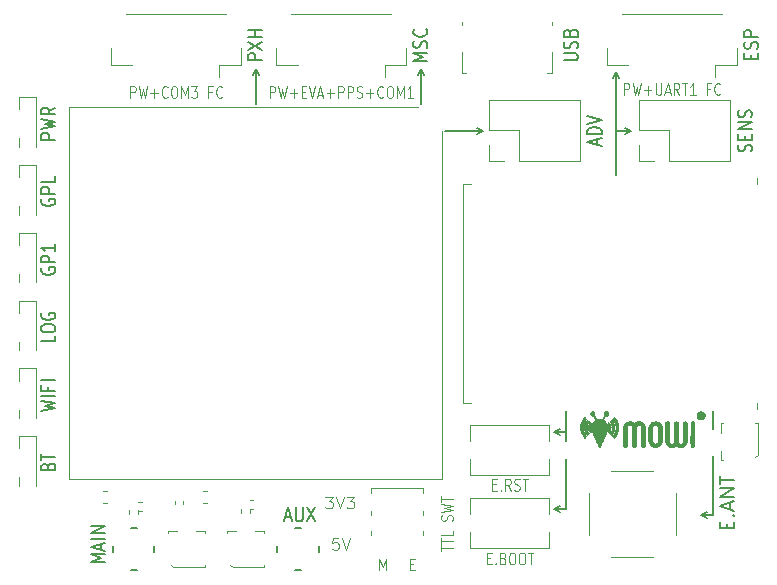
<source format=gbr>
%TF.GenerationSoftware,KiCad,Pcbnew,(5.1.10)-1*%
%TF.CreationDate,2021-08-17T14:43:39+02:00*%
%TF.ProjectId,mowi,6d6f7769-2e6b-4696-9361-645f70636258,v1.0*%
%TF.SameCoordinates,Original*%
%TF.FileFunction,Legend,Top*%
%TF.FilePolarity,Positive*%
%FSLAX46Y46*%
G04 Gerber Fmt 4.6, Leading zero omitted, Abs format (unit mm)*
G04 Created by KiCad (PCBNEW (5.1.10)-1) date 2021-08-17 14:43:39*
%MOMM*%
%LPD*%
G01*
G04 APERTURE LIST*
%ADD10C,0.150000*%
%ADD11C,0.120000*%
%ADD12C,0.010000*%
%ADD13C,0.200000*%
%ADD14C,0.100000*%
G04 APERTURE END LIST*
D10*
X169500000Y-96250000D02*
X169500000Y-97750000D01*
X168500000Y-105000000D02*
X169000000Y-105250000D01*
X169000000Y-104750000D02*
X168500000Y-105000000D01*
X169500000Y-105000000D02*
X169500000Y-100000000D01*
X169500000Y-105000000D02*
X168500000Y-105000000D01*
X161250000Y-67500000D02*
X161500000Y-68000000D01*
X161250000Y-67500000D02*
X161000000Y-68000000D01*
X157000000Y-98750000D02*
X157000000Y-96250000D01*
X157000000Y-104500000D02*
X157000000Y-100250000D01*
X156500000Y-104250000D02*
X156000000Y-104500000D01*
X156000000Y-104500000D02*
X156500000Y-104750000D01*
X157000000Y-104500000D02*
X156000000Y-104500000D01*
X156500000Y-97750000D02*
X156000000Y-98000000D01*
X156000000Y-98000000D02*
X156500000Y-98250000D01*
X157000000Y-98000000D02*
X156000000Y-98000000D01*
X133261904Y-105200000D02*
X133738095Y-105200000D01*
X133166666Y-105542857D02*
X133500000Y-104342857D01*
X133833333Y-105542857D01*
X134166666Y-104342857D02*
X134166666Y-105314285D01*
X134214285Y-105428571D01*
X134261904Y-105485714D01*
X134357142Y-105542857D01*
X134547619Y-105542857D01*
X134642857Y-105485714D01*
X134690476Y-105428571D01*
X134738095Y-105314285D01*
X134738095Y-104342857D01*
X135119047Y-104342857D02*
X135785714Y-105542857D01*
X135785714Y-104342857D02*
X135119047Y-105542857D01*
X118042857Y-109023809D02*
X116842857Y-109023809D01*
X117700000Y-108690476D01*
X116842857Y-108357142D01*
X118042857Y-108357142D01*
X117700000Y-107928571D02*
X117700000Y-107452380D01*
X118042857Y-108023809D02*
X116842857Y-107690476D01*
X118042857Y-107357142D01*
X118042857Y-107023809D02*
X116842857Y-107023809D01*
X118042857Y-106547619D02*
X116842857Y-106547619D01*
X118042857Y-105976190D01*
X116842857Y-105976190D01*
X130750000Y-67250000D02*
X130500000Y-67750000D01*
X131000000Y-67750000D02*
X130750000Y-67250000D01*
X130750000Y-70250000D02*
X130750000Y-67250000D01*
X144750000Y-67250000D02*
X144500000Y-67750000D01*
X145000000Y-67750000D02*
X144750000Y-67250000D01*
X144750000Y-70250000D02*
X144750000Y-67250000D01*
D11*
X161942857Y-69452380D02*
X161942857Y-68452380D01*
X162247619Y-68452380D01*
X162323809Y-68500000D01*
X162361904Y-68547619D01*
X162400000Y-68642857D01*
X162400000Y-68785714D01*
X162361904Y-68880952D01*
X162323809Y-68928571D01*
X162247619Y-68976190D01*
X161942857Y-68976190D01*
X162666666Y-68452380D02*
X162857142Y-69452380D01*
X163009523Y-68738095D01*
X163161904Y-69452380D01*
X163352380Y-68452380D01*
X163657142Y-69071428D02*
X164266666Y-69071428D01*
X163961904Y-69452380D02*
X163961904Y-68690476D01*
X164647619Y-68452380D02*
X164647619Y-69261904D01*
X164685714Y-69357142D01*
X164723809Y-69404761D01*
X164800000Y-69452380D01*
X164952380Y-69452380D01*
X165028571Y-69404761D01*
X165066666Y-69357142D01*
X165104761Y-69261904D01*
X165104761Y-68452380D01*
X165447619Y-69166666D02*
X165828571Y-69166666D01*
X165371428Y-69452380D02*
X165638095Y-68452380D01*
X165904761Y-69452380D01*
X166628571Y-69452380D02*
X166361904Y-68976190D01*
X166171428Y-69452380D02*
X166171428Y-68452380D01*
X166476190Y-68452380D01*
X166552380Y-68500000D01*
X166590476Y-68547619D01*
X166628571Y-68642857D01*
X166628571Y-68785714D01*
X166590476Y-68880952D01*
X166552380Y-68928571D01*
X166476190Y-68976190D01*
X166171428Y-68976190D01*
X166857142Y-68452380D02*
X167314285Y-68452380D01*
X167085714Y-69452380D02*
X167085714Y-68452380D01*
X168000000Y-69452380D02*
X167542857Y-69452380D01*
X167771428Y-69452380D02*
X167771428Y-68452380D01*
X167695238Y-68595238D01*
X167619047Y-68690476D01*
X167542857Y-68738095D01*
X169219047Y-68928571D02*
X168952380Y-68928571D01*
X168952380Y-69452380D02*
X168952380Y-68452380D01*
X169333333Y-68452380D01*
X170095238Y-69357142D02*
X170057142Y-69404761D01*
X169942857Y-69452380D01*
X169866666Y-69452380D01*
X169752380Y-69404761D01*
X169676190Y-69309523D01*
X169638095Y-69214285D01*
X169600000Y-69023809D01*
X169600000Y-68880952D01*
X169638095Y-68690476D01*
X169676190Y-68595238D01*
X169752380Y-68500000D01*
X169866666Y-68452380D01*
X169942857Y-68452380D01*
X170057142Y-68500000D01*
X170095238Y-68547619D01*
X120133533Y-69702380D02*
X120133533Y-68702380D01*
X120438295Y-68702380D01*
X120514485Y-68750000D01*
X120552580Y-68797619D01*
X120590676Y-68892857D01*
X120590676Y-69035714D01*
X120552580Y-69130952D01*
X120514485Y-69178571D01*
X120438295Y-69226190D01*
X120133533Y-69226190D01*
X120857342Y-68702380D02*
X121047819Y-69702380D01*
X121200200Y-68988095D01*
X121352580Y-69702380D01*
X121543057Y-68702380D01*
X121847819Y-69321428D02*
X122457342Y-69321428D01*
X122152580Y-69702380D02*
X122152580Y-68940476D01*
X123295438Y-69607142D02*
X123257342Y-69654761D01*
X123143057Y-69702380D01*
X123066866Y-69702380D01*
X122952580Y-69654761D01*
X122876390Y-69559523D01*
X122838295Y-69464285D01*
X122800200Y-69273809D01*
X122800200Y-69130952D01*
X122838295Y-68940476D01*
X122876390Y-68845238D01*
X122952580Y-68750000D01*
X123066866Y-68702380D01*
X123143057Y-68702380D01*
X123257342Y-68750000D01*
X123295438Y-68797619D01*
X123790676Y-68702380D02*
X123943057Y-68702380D01*
X124019247Y-68750000D01*
X124095438Y-68845238D01*
X124133533Y-69035714D01*
X124133533Y-69369047D01*
X124095438Y-69559523D01*
X124019247Y-69654761D01*
X123943057Y-69702380D01*
X123790676Y-69702380D01*
X123714485Y-69654761D01*
X123638295Y-69559523D01*
X123600200Y-69369047D01*
X123600200Y-69035714D01*
X123638295Y-68845238D01*
X123714485Y-68750000D01*
X123790676Y-68702380D01*
X124476390Y-69702380D02*
X124476390Y-68702380D01*
X124743057Y-69416666D01*
X125009723Y-68702380D01*
X125009723Y-69702380D01*
X125314485Y-68702380D02*
X125809723Y-68702380D01*
X125543057Y-69083333D01*
X125657342Y-69083333D01*
X125733533Y-69130952D01*
X125771628Y-69178571D01*
X125809723Y-69273809D01*
X125809723Y-69511904D01*
X125771628Y-69607142D01*
X125733533Y-69654761D01*
X125657342Y-69702380D01*
X125428771Y-69702380D01*
X125352580Y-69654761D01*
X125314485Y-69607142D01*
X127028771Y-69178571D02*
X126762104Y-69178571D01*
X126762104Y-69702380D02*
X126762104Y-68702380D01*
X127143057Y-68702380D01*
X127904961Y-69607142D02*
X127866866Y-69654761D01*
X127752580Y-69702380D01*
X127676390Y-69702380D01*
X127562104Y-69654761D01*
X127485914Y-69559523D01*
X127447819Y-69464285D01*
X127409723Y-69273809D01*
X127409723Y-69130952D01*
X127447819Y-68940476D01*
X127485914Y-68845238D01*
X127562104Y-68750000D01*
X127676390Y-68702380D01*
X127752580Y-68702380D01*
X127866866Y-68750000D01*
X127904961Y-68797619D01*
X131962104Y-69702380D02*
X131962104Y-68702380D01*
X132266866Y-68702380D01*
X132343057Y-68750000D01*
X132381152Y-68797619D01*
X132419247Y-68892857D01*
X132419247Y-69035714D01*
X132381152Y-69130952D01*
X132343057Y-69178571D01*
X132266866Y-69226190D01*
X131962104Y-69226190D01*
X132685914Y-68702380D02*
X132876390Y-69702380D01*
X133028771Y-68988095D01*
X133181152Y-69702380D01*
X133371628Y-68702380D01*
X133676390Y-69321428D02*
X134285914Y-69321428D01*
X133981152Y-69702380D02*
X133981152Y-68940476D01*
X134666866Y-69178571D02*
X134933533Y-69178571D01*
X135047819Y-69702380D02*
X134666866Y-69702380D01*
X134666866Y-68702380D01*
X135047819Y-68702380D01*
X135276390Y-68702380D02*
X135543057Y-69702380D01*
X135809723Y-68702380D01*
X136038295Y-69416666D02*
X136419247Y-69416666D01*
X135962104Y-69702380D02*
X136228771Y-68702380D01*
X136495438Y-69702380D01*
X136762104Y-69321428D02*
X137371628Y-69321428D01*
X137066866Y-69702380D02*
X137066866Y-68940476D01*
X137752580Y-69702380D02*
X137752580Y-68702380D01*
X138057342Y-68702380D01*
X138133533Y-68750000D01*
X138171628Y-68797619D01*
X138209723Y-68892857D01*
X138209723Y-69035714D01*
X138171628Y-69130952D01*
X138133533Y-69178571D01*
X138057342Y-69226190D01*
X137752580Y-69226190D01*
X138552580Y-69702380D02*
X138552580Y-68702380D01*
X138857342Y-68702380D01*
X138933533Y-68750000D01*
X138971628Y-68797619D01*
X139009723Y-68892857D01*
X139009723Y-69035714D01*
X138971628Y-69130952D01*
X138933533Y-69178571D01*
X138857342Y-69226190D01*
X138552580Y-69226190D01*
X139314485Y-69654761D02*
X139428771Y-69702380D01*
X139619247Y-69702380D01*
X139695438Y-69654761D01*
X139733533Y-69607142D01*
X139771628Y-69511904D01*
X139771628Y-69416666D01*
X139733533Y-69321428D01*
X139695438Y-69273809D01*
X139619247Y-69226190D01*
X139466866Y-69178571D01*
X139390676Y-69130952D01*
X139352580Y-69083333D01*
X139314485Y-68988095D01*
X139314485Y-68892857D01*
X139352580Y-68797619D01*
X139390676Y-68750000D01*
X139466866Y-68702380D01*
X139657342Y-68702380D01*
X139771628Y-68750000D01*
X140114485Y-69321428D02*
X140724009Y-69321428D01*
X140419247Y-69702380D02*
X140419247Y-68940476D01*
X141562104Y-69607142D02*
X141524009Y-69654761D01*
X141409723Y-69702380D01*
X141333533Y-69702380D01*
X141219247Y-69654761D01*
X141143057Y-69559523D01*
X141104961Y-69464285D01*
X141066866Y-69273809D01*
X141066866Y-69130952D01*
X141104961Y-68940476D01*
X141143057Y-68845238D01*
X141219247Y-68750000D01*
X141333533Y-68702380D01*
X141409723Y-68702380D01*
X141524009Y-68750000D01*
X141562104Y-68797619D01*
X142057342Y-68702380D02*
X142209723Y-68702380D01*
X142285914Y-68750000D01*
X142362104Y-68845238D01*
X142400200Y-69035714D01*
X142400200Y-69369047D01*
X142362104Y-69559523D01*
X142285914Y-69654761D01*
X142209723Y-69702380D01*
X142057342Y-69702380D01*
X141981152Y-69654761D01*
X141904961Y-69559523D01*
X141866866Y-69369047D01*
X141866866Y-69035714D01*
X141904961Y-68845238D01*
X141981152Y-68750000D01*
X142057342Y-68702380D01*
X142743057Y-69702380D02*
X142743057Y-68702380D01*
X143009723Y-69416666D01*
X143276390Y-68702380D01*
X143276390Y-69702380D01*
X144076390Y-69702380D02*
X143619247Y-69702380D01*
X143847819Y-69702380D02*
X143847819Y-68702380D01*
X143771628Y-68845238D01*
X143695438Y-68940476D01*
X143619247Y-68988095D01*
D10*
X149500000Y-72750000D02*
X150000000Y-72500000D01*
X150000000Y-72500000D02*
X149500000Y-72250000D01*
X146750000Y-72500000D02*
X150000000Y-72500000D01*
X162000000Y-72750000D02*
X162500000Y-72500000D01*
X162500000Y-72500000D02*
X162000000Y-72250000D01*
X161250000Y-72500000D02*
X162500000Y-72500000D01*
X161250000Y-76250000D02*
X161250000Y-67500000D01*
D11*
X146452380Y-108054761D02*
X146452380Y-107597619D01*
X147452380Y-107826190D02*
X146452380Y-107826190D01*
X146452380Y-107445238D02*
X146452380Y-106988095D01*
X147452380Y-107216666D02*
X146452380Y-107216666D01*
X147452380Y-106340476D02*
X147452380Y-106721428D01*
X146452380Y-106721428D01*
X147404761Y-105502380D02*
X147452380Y-105388095D01*
X147452380Y-105197619D01*
X147404761Y-105121428D01*
X147357142Y-105083333D01*
X147261904Y-105045238D01*
X147166666Y-105045238D01*
X147071428Y-105083333D01*
X147023809Y-105121428D01*
X146976190Y-105197619D01*
X146928571Y-105350000D01*
X146880952Y-105426190D01*
X146833333Y-105464285D01*
X146738095Y-105502380D01*
X146642857Y-105502380D01*
X146547619Y-105464285D01*
X146500000Y-105426190D01*
X146452380Y-105350000D01*
X146452380Y-105159523D01*
X146500000Y-105045238D01*
X146452380Y-104778571D02*
X147452380Y-104588095D01*
X146738095Y-104435714D01*
X147452380Y-104283333D01*
X146452380Y-104092857D01*
X146452380Y-103902380D02*
X146452380Y-103445238D01*
X147452380Y-103673809D02*
X146452380Y-103673809D01*
X137759523Y-106952380D02*
X137283333Y-106952380D01*
X137235714Y-107428571D01*
X137283333Y-107380952D01*
X137378571Y-107333333D01*
X137616666Y-107333333D01*
X137711904Y-107380952D01*
X137759523Y-107428571D01*
X137807142Y-107523809D01*
X137807142Y-107761904D01*
X137759523Y-107857142D01*
X137711904Y-107904761D01*
X137616666Y-107952380D01*
X137378571Y-107952380D01*
X137283333Y-107904761D01*
X137235714Y-107857142D01*
X138092857Y-106952380D02*
X138426190Y-107952380D01*
X138759523Y-106952380D01*
X136661904Y-103452380D02*
X137280952Y-103452380D01*
X136947619Y-103833333D01*
X137090476Y-103833333D01*
X137185714Y-103880952D01*
X137233333Y-103928571D01*
X137280952Y-104023809D01*
X137280952Y-104261904D01*
X137233333Y-104357142D01*
X137185714Y-104404761D01*
X137090476Y-104452380D01*
X136804761Y-104452380D01*
X136709523Y-104404761D01*
X136661904Y-104357142D01*
X137566666Y-103452380D02*
X137900000Y-104452380D01*
X138233333Y-103452380D01*
X138471428Y-103452380D02*
X139090476Y-103452380D01*
X138757142Y-103833333D01*
X138900000Y-103833333D01*
X138995238Y-103880952D01*
X139042857Y-103928571D01*
X139090476Y-104023809D01*
X139090476Y-104261904D01*
X139042857Y-104357142D01*
X138995238Y-104404761D01*
X138900000Y-104452380D01*
X138614285Y-104452380D01*
X138519047Y-104404761D01*
X138471428Y-104357142D01*
X143785714Y-109178571D02*
X144119047Y-109178571D01*
X144261904Y-109702380D02*
X143785714Y-109702380D01*
X143785714Y-108702380D01*
X144261904Y-108702380D01*
X141166666Y-109702380D02*
X141166666Y-108702380D01*
X141500000Y-109416666D01*
X141833333Y-108702380D01*
X141833333Y-109702380D01*
%TO.C,J7*%
X148190000Y-67600000D02*
X148570000Y-67600000D01*
X148190000Y-63550000D02*
X148190000Y-63290000D01*
X148190000Y-67600000D02*
X148190000Y-65830000D01*
X155810000Y-67600000D02*
X155430000Y-67600000D01*
X155810000Y-65830000D02*
X155810000Y-67600000D01*
X155810000Y-63290000D02*
X155810000Y-63550000D01*
%TO.C,SW1*%
X144910000Y-103190000D02*
X144910000Y-102740000D01*
X144910000Y-102740000D02*
X140490000Y-102740000D01*
X140490000Y-103190000D02*
X140490000Y-102740000D01*
X140490000Y-105010000D02*
X140490000Y-104710000D01*
X140490000Y-106390000D02*
X140490000Y-106690000D01*
X144910000Y-105010000D02*
X144910000Y-104710000D01*
X144910000Y-106390000D02*
X144910000Y-106690000D01*
%TO.C,D7*%
X110740000Y-102540000D02*
X110740000Y-101830000D01*
X110740000Y-99370000D02*
X110740000Y-98340000D01*
X112160000Y-98340000D02*
X110740000Y-98340000D01*
X112160000Y-102540000D02*
X112160000Y-98340000D01*
%TO.C,D6*%
X110740000Y-96800000D02*
X110740000Y-96090000D01*
X110740000Y-93630000D02*
X110740000Y-92600000D01*
X112160000Y-92600000D02*
X110740000Y-92600000D01*
X112160000Y-96800000D02*
X112160000Y-92600000D01*
%TO.C,D5*%
X110740000Y-91060000D02*
X110740000Y-90350000D01*
X110740000Y-87890000D02*
X110740000Y-86860000D01*
X112160000Y-86860000D02*
X110740000Y-86860000D01*
X112160000Y-91060000D02*
X112160000Y-86860000D01*
%TO.C,D4*%
X110740000Y-85320000D02*
X110740000Y-84610000D01*
X110740000Y-82150000D02*
X110740000Y-81120000D01*
X112160000Y-81120000D02*
X110740000Y-81120000D01*
X112160000Y-85320000D02*
X112160000Y-81120000D01*
%TO.C,D3*%
X110740000Y-79580000D02*
X110740000Y-78870000D01*
X110740000Y-76410000D02*
X110740000Y-75380000D01*
X112160000Y-75380000D02*
X110740000Y-75380000D01*
X112160000Y-79580000D02*
X112160000Y-75380000D01*
%TO.C,D2*%
X110740000Y-73840000D02*
X110740000Y-73130000D01*
X110740000Y-70670000D02*
X110740000Y-69640000D01*
X112160000Y-69640000D02*
X110740000Y-69640000D01*
X112160000Y-73840000D02*
X112160000Y-69640000D01*
D12*
%TO.C,G1*%
G36*
X168484883Y-96241930D02*
G01*
X168537943Y-96255034D01*
X168588216Y-96276126D01*
X168603169Y-96284368D01*
X168623657Y-96298632D01*
X168647173Y-96318543D01*
X168671407Y-96341790D01*
X168694047Y-96366062D01*
X168712780Y-96389046D01*
X168722914Y-96404113D01*
X168747237Y-96454241D01*
X168762710Y-96505493D01*
X168769787Y-96557077D01*
X168768922Y-96608204D01*
X168760567Y-96658080D01*
X168745178Y-96705916D01*
X168723206Y-96750919D01*
X168695106Y-96792299D01*
X168661332Y-96829265D01*
X168622336Y-96861024D01*
X168578572Y-96886786D01*
X168530494Y-96905760D01*
X168478556Y-96917154D01*
X168427073Y-96920253D01*
X168405639Y-96919762D01*
X168386671Y-96918995D01*
X168373024Y-96918080D01*
X168369132Y-96917615D01*
X168346909Y-96912360D01*
X168319857Y-96903617D01*
X168291472Y-96892645D01*
X168265249Y-96880707D01*
X168261302Y-96878695D01*
X168234086Y-96861721D01*
X168204930Y-96837818D01*
X168186618Y-96820387D01*
X168166418Y-96799555D01*
X168151340Y-96781747D01*
X168139117Y-96763886D01*
X168127482Y-96742892D01*
X168123008Y-96733987D01*
X168105554Y-96694264D01*
X168094263Y-96656943D01*
X168088419Y-96618585D01*
X168087310Y-96575750D01*
X168087692Y-96563868D01*
X168094260Y-96506620D01*
X168109137Y-96454023D01*
X168132525Y-96405611D01*
X168164628Y-96360918D01*
X168186525Y-96337304D01*
X168228658Y-96301241D01*
X168274345Y-96273503D01*
X168324722Y-96253520D01*
X168378126Y-96241174D01*
X168430967Y-96237187D01*
X168484883Y-96241930D01*
G37*
X168484883Y-96241930D02*
X168537943Y-96255034D01*
X168588216Y-96276126D01*
X168603169Y-96284368D01*
X168623657Y-96298632D01*
X168647173Y-96318543D01*
X168671407Y-96341790D01*
X168694047Y-96366062D01*
X168712780Y-96389046D01*
X168722914Y-96404113D01*
X168747237Y-96454241D01*
X168762710Y-96505493D01*
X168769787Y-96557077D01*
X168768922Y-96608204D01*
X168760567Y-96658080D01*
X168745178Y-96705916D01*
X168723206Y-96750919D01*
X168695106Y-96792299D01*
X168661332Y-96829265D01*
X168622336Y-96861024D01*
X168578572Y-96886786D01*
X168530494Y-96905760D01*
X168478556Y-96917154D01*
X168427073Y-96920253D01*
X168405639Y-96919762D01*
X168386671Y-96918995D01*
X168373024Y-96918080D01*
X168369132Y-96917615D01*
X168346909Y-96912360D01*
X168319857Y-96903617D01*
X168291472Y-96892645D01*
X168265249Y-96880707D01*
X168261302Y-96878695D01*
X168234086Y-96861721D01*
X168204930Y-96837818D01*
X168186618Y-96820387D01*
X168166418Y-96799555D01*
X168151340Y-96781747D01*
X168139117Y-96763886D01*
X168127482Y-96742892D01*
X168123008Y-96733987D01*
X168105554Y-96694264D01*
X168094263Y-96656943D01*
X168088419Y-96618585D01*
X168087310Y-96575750D01*
X168087692Y-96563868D01*
X168094260Y-96506620D01*
X168109137Y-96454023D01*
X168132525Y-96405611D01*
X168164628Y-96360918D01*
X168186525Y-96337304D01*
X168228658Y-96301241D01*
X168274345Y-96273503D01*
X168324722Y-96253520D01*
X168378126Y-96241174D01*
X168430967Y-96237187D01*
X168484883Y-96241930D01*
G36*
X160654018Y-97208452D02*
G01*
X160668123Y-97225143D01*
X160684332Y-97246135D01*
X160699705Y-97267579D01*
X160703465Y-97273151D01*
X160740303Y-97335554D01*
X160768152Y-97398709D01*
X160787419Y-97463975D01*
X160798512Y-97532711D01*
X160801849Y-97601891D01*
X160797363Y-97677772D01*
X160783850Y-97750482D01*
X160761231Y-97820295D01*
X160729423Y-97887481D01*
X160704706Y-97928466D01*
X160691687Y-97947362D01*
X160677228Y-97966775D01*
X160662640Y-97985126D01*
X160649234Y-98000838D01*
X160638320Y-98012333D01*
X160631209Y-98018033D01*
X160630016Y-98018377D01*
X160625841Y-98015132D01*
X160615943Y-98006049D01*
X160601342Y-97992104D01*
X160583054Y-97974275D01*
X160562097Y-97953539D01*
X160552621Y-97944073D01*
X160527030Y-97918189D01*
X160507857Y-97898159D01*
X160494510Y-97883297D01*
X160486401Y-97872916D01*
X160482940Y-97866330D01*
X160483188Y-97863234D01*
X160488528Y-97856318D01*
X160497876Y-97844577D01*
X160508742Y-97831128D01*
X160540127Y-97785082D01*
X160563246Y-97734253D01*
X160578120Y-97678582D01*
X160584763Y-97618207D01*
X160583025Y-97556401D01*
X160572647Y-97498539D01*
X160553683Y-97444781D01*
X160526188Y-97395285D01*
X160496637Y-97357230D01*
X160476576Y-97334727D01*
X160553296Y-97258410D01*
X160630015Y-97182094D01*
X160654018Y-97208452D01*
G37*
X160654018Y-97208452D02*
X160668123Y-97225143D01*
X160684332Y-97246135D01*
X160699705Y-97267579D01*
X160703465Y-97273151D01*
X160740303Y-97335554D01*
X160768152Y-97398709D01*
X160787419Y-97463975D01*
X160798512Y-97532711D01*
X160801849Y-97601891D01*
X160797363Y-97677772D01*
X160783850Y-97750482D01*
X160761231Y-97820295D01*
X160729423Y-97887481D01*
X160704706Y-97928466D01*
X160691687Y-97947362D01*
X160677228Y-97966775D01*
X160662640Y-97985126D01*
X160649234Y-98000838D01*
X160638320Y-98012333D01*
X160631209Y-98018033D01*
X160630016Y-98018377D01*
X160625841Y-98015132D01*
X160615943Y-98006049D01*
X160601342Y-97992104D01*
X160583054Y-97974275D01*
X160562097Y-97953539D01*
X160552621Y-97944073D01*
X160527030Y-97918189D01*
X160507857Y-97898159D01*
X160494510Y-97883297D01*
X160486401Y-97872916D01*
X160482940Y-97866330D01*
X160483188Y-97863234D01*
X160488528Y-97856318D01*
X160497876Y-97844577D01*
X160508742Y-97831128D01*
X160540127Y-97785082D01*
X160563246Y-97734253D01*
X160578120Y-97678582D01*
X160584763Y-97618207D01*
X160583025Y-97556401D01*
X160572647Y-97498539D01*
X160553683Y-97444781D01*
X160526188Y-97395285D01*
X160496637Y-97357230D01*
X160476576Y-97334727D01*
X160553296Y-97258410D01*
X160630015Y-97182094D01*
X160654018Y-97208452D01*
G36*
X159138213Y-97258410D02*
G01*
X159214933Y-97334727D01*
X159194872Y-97357230D01*
X159160273Y-97403033D01*
X159134161Y-97453232D01*
X159116589Y-97507668D01*
X159107612Y-97566182D01*
X159106746Y-97618207D01*
X159113422Y-97678762D01*
X159128321Y-97734417D01*
X159151466Y-97785231D01*
X159182767Y-97831128D01*
X159194025Y-97845066D01*
X159203262Y-97856675D01*
X159208321Y-97863234D01*
X159208299Y-97867170D01*
X159204123Y-97874325D01*
X159195203Y-97885387D01*
X159180951Y-97901041D01*
X159160776Y-97921975D01*
X159138888Y-97944073D01*
X159117105Y-97965750D01*
X159097557Y-97984936D01*
X159081263Y-98000653D01*
X159069239Y-98011924D01*
X159062504Y-98017773D01*
X159061492Y-98018377D01*
X159056923Y-98015078D01*
X159047919Y-98006398D01*
X159036366Y-97994163D01*
X159035508Y-97993217D01*
X158992655Y-97938886D01*
X158956903Y-97878989D01*
X158928475Y-97814637D01*
X158907595Y-97746939D01*
X158894488Y-97677008D01*
X158889378Y-97605955D01*
X158892488Y-97534890D01*
X158904044Y-97464926D01*
X158918509Y-97413483D01*
X158941575Y-97355840D01*
X158971279Y-97299380D01*
X159005940Y-97246999D01*
X159037491Y-97208452D01*
X159061493Y-97182094D01*
X159138213Y-97258410D01*
G37*
X159138213Y-97258410D02*
X159214933Y-97334727D01*
X159194872Y-97357230D01*
X159160273Y-97403033D01*
X159134161Y-97453232D01*
X159116589Y-97507668D01*
X159107612Y-97566182D01*
X159106746Y-97618207D01*
X159113422Y-97678762D01*
X159128321Y-97734417D01*
X159151466Y-97785231D01*
X159182767Y-97831128D01*
X159194025Y-97845066D01*
X159203262Y-97856675D01*
X159208321Y-97863234D01*
X159208299Y-97867170D01*
X159204123Y-97874325D01*
X159195203Y-97885387D01*
X159180951Y-97901041D01*
X159160776Y-97921975D01*
X159138888Y-97944073D01*
X159117105Y-97965750D01*
X159097557Y-97984936D01*
X159081263Y-98000653D01*
X159069239Y-98011924D01*
X159062504Y-98017773D01*
X159061492Y-98018377D01*
X159056923Y-98015078D01*
X159047919Y-98006398D01*
X159036366Y-97994163D01*
X159035508Y-97993217D01*
X158992655Y-97938886D01*
X158956903Y-97878989D01*
X158928475Y-97814637D01*
X158907595Y-97746939D01*
X158894488Y-97677008D01*
X158889378Y-97605955D01*
X158892488Y-97534890D01*
X158904044Y-97464926D01*
X158918509Y-97413483D01*
X158941575Y-97355840D01*
X158971279Y-97299380D01*
X159005940Y-97246999D01*
X159037491Y-97208452D01*
X159061493Y-97182094D01*
X159138213Y-97258410D01*
G36*
X160890505Y-96969665D02*
G01*
X160929856Y-97016937D01*
X160968519Y-97070460D01*
X161004364Y-97127013D01*
X161035261Y-97183371D01*
X161044981Y-97203459D01*
X161080090Y-97290128D01*
X161106159Y-97378996D01*
X161123272Y-97469369D01*
X161131515Y-97560555D01*
X161130973Y-97651858D01*
X161121731Y-97742584D01*
X161103876Y-97832039D01*
X161077493Y-97919529D01*
X161042666Y-98004361D01*
X160999481Y-98085839D01*
X160948024Y-98163270D01*
X160922930Y-98195698D01*
X160908513Y-98213086D01*
X160894634Y-98229110D01*
X160883503Y-98241247D01*
X160880029Y-98244719D01*
X160866233Y-98257798D01*
X160790073Y-98181526D01*
X160713912Y-98105254D01*
X160744186Y-98072892D01*
X160764911Y-98048684D01*
X160787529Y-98018878D01*
X160809889Y-97986562D01*
X160829841Y-97954829D01*
X160843594Y-97930044D01*
X160871848Y-97865488D01*
X160894062Y-97795801D01*
X160909798Y-97723273D01*
X160918617Y-97650194D01*
X160920082Y-97578856D01*
X160917738Y-97542662D01*
X160911995Y-97493455D01*
X160904684Y-97450359D01*
X160895112Y-97409940D01*
X160882807Y-97369421D01*
X160852895Y-97294457D01*
X160814209Y-97222621D01*
X160767325Y-97154936D01*
X160749394Y-97132782D01*
X160719994Y-97097848D01*
X160729441Y-97084858D01*
X160735797Y-97077395D01*
X160747721Y-97064549D01*
X160763940Y-97047648D01*
X160783178Y-97028020D01*
X160803145Y-97008005D01*
X160867402Y-96944142D01*
X160890505Y-96969665D01*
G37*
X160890505Y-96969665D02*
X160929856Y-97016937D01*
X160968519Y-97070460D01*
X161004364Y-97127013D01*
X161035261Y-97183371D01*
X161044981Y-97203459D01*
X161080090Y-97290128D01*
X161106159Y-97378996D01*
X161123272Y-97469369D01*
X161131515Y-97560555D01*
X161130973Y-97651858D01*
X161121731Y-97742584D01*
X161103876Y-97832039D01*
X161077493Y-97919529D01*
X161042666Y-98004361D01*
X160999481Y-98085839D01*
X160948024Y-98163270D01*
X160922930Y-98195698D01*
X160908513Y-98213086D01*
X160894634Y-98229110D01*
X160883503Y-98241247D01*
X160880029Y-98244719D01*
X160866233Y-98257798D01*
X160790073Y-98181526D01*
X160713912Y-98105254D01*
X160744186Y-98072892D01*
X160764911Y-98048684D01*
X160787529Y-98018878D01*
X160809889Y-97986562D01*
X160829841Y-97954829D01*
X160843594Y-97930044D01*
X160871848Y-97865488D01*
X160894062Y-97795801D01*
X160909798Y-97723273D01*
X160918617Y-97650194D01*
X160920082Y-97578856D01*
X160917738Y-97542662D01*
X160911995Y-97493455D01*
X160904684Y-97450359D01*
X160895112Y-97409940D01*
X160882807Y-97369421D01*
X160852895Y-97294457D01*
X160814209Y-97222621D01*
X160767325Y-97154936D01*
X160749394Y-97132782D01*
X160719994Y-97097848D01*
X160729441Y-97084858D01*
X160735797Y-97077395D01*
X160747721Y-97064549D01*
X160763940Y-97047648D01*
X160783178Y-97028020D01*
X160803145Y-97008005D01*
X160867402Y-96944142D01*
X160890505Y-96969665D01*
G36*
X158899207Y-97018885D02*
G01*
X158924850Y-97044905D01*
X158944069Y-97065052D01*
X158957442Y-97079999D01*
X158965548Y-97090421D01*
X158968964Y-97096990D01*
X158968698Y-97099938D01*
X158963831Y-97106188D01*
X158954401Y-97118020D01*
X158941892Y-97133580D01*
X158931329Y-97146644D01*
X158884232Y-97212198D01*
X158845190Y-97282200D01*
X158814295Y-97355799D01*
X158791637Y-97432148D01*
X158777306Y-97510396D01*
X158771393Y-97589695D01*
X158773988Y-97669194D01*
X158785182Y-97748046D01*
X158805065Y-97825399D01*
X158833727Y-97900406D01*
X158847915Y-97930044D01*
X158864019Y-97958761D01*
X158884409Y-97990756D01*
X158906934Y-98022936D01*
X158929441Y-98052208D01*
X158947341Y-98072911D01*
X158977632Y-98105292D01*
X158901187Y-98181738D01*
X158824741Y-98258183D01*
X158805124Y-98237723D01*
X158760646Y-98186236D01*
X158718294Y-98127302D01*
X158679299Y-98063018D01*
X158644892Y-97995481D01*
X158616306Y-97926789D01*
X158607273Y-97900962D01*
X158582151Y-97810034D01*
X158566220Y-97717563D01*
X158559438Y-97624316D01*
X158561763Y-97531056D01*
X158573150Y-97438551D01*
X158593557Y-97347567D01*
X158622941Y-97258867D01*
X158646528Y-97203459D01*
X158674666Y-97148694D01*
X158708309Y-97092777D01*
X158745420Y-97038773D01*
X158783964Y-96989753D01*
X158801597Y-96969742D01*
X158824962Y-96944296D01*
X158899207Y-97018885D01*
G37*
X158899207Y-97018885D02*
X158924850Y-97044905D01*
X158944069Y-97065052D01*
X158957442Y-97079999D01*
X158965548Y-97090421D01*
X158968964Y-97096990D01*
X158968698Y-97099938D01*
X158963831Y-97106188D01*
X158954401Y-97118020D01*
X158941892Y-97133580D01*
X158931329Y-97146644D01*
X158884232Y-97212198D01*
X158845190Y-97282200D01*
X158814295Y-97355799D01*
X158791637Y-97432148D01*
X158777306Y-97510396D01*
X158771393Y-97589695D01*
X158773988Y-97669194D01*
X158785182Y-97748046D01*
X158805065Y-97825399D01*
X158833727Y-97900406D01*
X158847915Y-97930044D01*
X158864019Y-97958761D01*
X158884409Y-97990756D01*
X158906934Y-98022936D01*
X158929441Y-98052208D01*
X158947341Y-98072911D01*
X158977632Y-98105292D01*
X158901187Y-98181738D01*
X158824741Y-98258183D01*
X158805124Y-98237723D01*
X158760646Y-98186236D01*
X158718294Y-98127302D01*
X158679299Y-98063018D01*
X158644892Y-97995481D01*
X158616306Y-97926789D01*
X158607273Y-97900962D01*
X158582151Y-97810034D01*
X158566220Y-97717563D01*
X158559438Y-97624316D01*
X158561763Y-97531056D01*
X158573150Y-97438551D01*
X158593557Y-97347567D01*
X158622941Y-97258867D01*
X158646528Y-97203459D01*
X158674666Y-97148694D01*
X158708309Y-97092777D01*
X158745420Y-97038773D01*
X158783964Y-96989753D01*
X158801597Y-96969742D01*
X158824962Y-96944296D01*
X158899207Y-97018885D01*
G36*
X161129239Y-96763619D02*
G01*
X161195575Y-96841015D01*
X161255823Y-96925098D01*
X161309399Y-97014710D01*
X161355719Y-97108692D01*
X161394198Y-97205885D01*
X161424254Y-97305130D01*
X161441502Y-97383377D01*
X161456309Y-97489869D01*
X161461682Y-97596118D01*
X161457769Y-97701631D01*
X161444715Y-97805916D01*
X161422670Y-97908479D01*
X161391779Y-98008826D01*
X161352191Y-98106466D01*
X161304053Y-98200904D01*
X161247512Y-98291647D01*
X161182716Y-98378203D01*
X161124281Y-98444905D01*
X161090553Y-98480849D01*
X161012164Y-98403279D01*
X160933776Y-98325710D01*
X160969819Y-98288261D01*
X161031711Y-98217142D01*
X161086035Y-98140581D01*
X161132595Y-98059259D01*
X161171196Y-97973859D01*
X161201642Y-97885062D01*
X161223738Y-97793551D01*
X161237289Y-97700007D01*
X161242099Y-97605113D01*
X161237972Y-97509551D01*
X161224713Y-97414003D01*
X161222970Y-97404943D01*
X161207147Y-97339721D01*
X161185154Y-97271286D01*
X161158161Y-97202588D01*
X161127338Y-97136576D01*
X161093855Y-97076202D01*
X161090300Y-97070417D01*
X161053941Y-97015981D01*
X161011958Y-96961032D01*
X160976221Y-96918656D01*
X160939577Y-96876741D01*
X161015684Y-96800245D01*
X161091792Y-96723749D01*
X161129239Y-96763619D01*
G37*
X161129239Y-96763619D02*
X161195575Y-96841015D01*
X161255823Y-96925098D01*
X161309399Y-97014710D01*
X161355719Y-97108692D01*
X161394198Y-97205885D01*
X161424254Y-97305130D01*
X161441502Y-97383377D01*
X161456309Y-97489869D01*
X161461682Y-97596118D01*
X161457769Y-97701631D01*
X161444715Y-97805916D01*
X161422670Y-97908479D01*
X161391779Y-98008826D01*
X161352191Y-98106466D01*
X161304053Y-98200904D01*
X161247512Y-98291647D01*
X161182716Y-98378203D01*
X161124281Y-98444905D01*
X161090553Y-98480849D01*
X161012164Y-98403279D01*
X160933776Y-98325710D01*
X160969819Y-98288261D01*
X161031711Y-98217142D01*
X161086035Y-98140581D01*
X161132595Y-98059259D01*
X161171196Y-97973859D01*
X161201642Y-97885062D01*
X161223738Y-97793551D01*
X161237289Y-97700007D01*
X161242099Y-97605113D01*
X161237972Y-97509551D01*
X161224713Y-97414003D01*
X161222970Y-97404943D01*
X161207147Y-97339721D01*
X161185154Y-97271286D01*
X161158161Y-97202588D01*
X161127338Y-97136576D01*
X161093855Y-97076202D01*
X161090300Y-97070417D01*
X161053941Y-97015981D01*
X161011958Y-96961032D01*
X160976221Y-96918656D01*
X160939577Y-96876741D01*
X161015684Y-96800245D01*
X161091792Y-96723749D01*
X161129239Y-96763619D01*
G36*
X158675965Y-96800663D02*
G01*
X158751932Y-96876741D01*
X158715287Y-96918656D01*
X158654372Y-96993669D01*
X158602303Y-97069519D01*
X158558350Y-97147463D01*
X158521783Y-97228756D01*
X158499666Y-97289924D01*
X158475576Y-97374170D01*
X158459505Y-97456449D01*
X158451077Y-97539416D01*
X158449914Y-97625725D01*
X158450279Y-97637377D01*
X158458348Y-97733979D01*
X158475329Y-97828512D01*
X158500943Y-97920312D01*
X158534913Y-98008713D01*
X158576959Y-98093050D01*
X158626802Y-98172657D01*
X158684163Y-98246870D01*
X158723867Y-98290381D01*
X158757691Y-98325158D01*
X158681156Y-98401805D01*
X158659015Y-98423838D01*
X158639092Y-98443395D01*
X158622390Y-98459513D01*
X158609911Y-98471230D01*
X158602658Y-98477586D01*
X158601294Y-98478452D01*
X158597018Y-98475091D01*
X158587671Y-98465894D01*
X158574549Y-98452187D01*
X158558946Y-98435300D01*
X158555705Y-98431726D01*
X158522169Y-98393760D01*
X158493583Y-98359246D01*
X158467689Y-98325317D01*
X158442229Y-98289107D01*
X158435563Y-98279205D01*
X158379458Y-98186807D01*
X158332168Y-98091011D01*
X158293754Y-97992325D01*
X158264278Y-97891255D01*
X158243801Y-97788309D01*
X158232385Y-97683995D01*
X158230090Y-97578819D01*
X158236980Y-97473289D01*
X158253114Y-97367912D01*
X158278554Y-97263195D01*
X158303243Y-97186886D01*
X158326549Y-97128502D01*
X158355515Y-97066598D01*
X158388620Y-97004005D01*
X158424346Y-96943555D01*
X158461173Y-96888080D01*
X158470457Y-96875208D01*
X158486726Y-96853778D01*
X158505912Y-96829628D01*
X158526400Y-96804683D01*
X158546572Y-96780872D01*
X158564812Y-96760121D01*
X158579503Y-96744357D01*
X158583820Y-96740075D01*
X158599998Y-96724584D01*
X158675965Y-96800663D01*
G37*
X158675965Y-96800663D02*
X158751932Y-96876741D01*
X158715287Y-96918656D01*
X158654372Y-96993669D01*
X158602303Y-97069519D01*
X158558350Y-97147463D01*
X158521783Y-97228756D01*
X158499666Y-97289924D01*
X158475576Y-97374170D01*
X158459505Y-97456449D01*
X158451077Y-97539416D01*
X158449914Y-97625725D01*
X158450279Y-97637377D01*
X158458348Y-97733979D01*
X158475329Y-97828512D01*
X158500943Y-97920312D01*
X158534913Y-98008713D01*
X158576959Y-98093050D01*
X158626802Y-98172657D01*
X158684163Y-98246870D01*
X158723867Y-98290381D01*
X158757691Y-98325158D01*
X158681156Y-98401805D01*
X158659015Y-98423838D01*
X158639092Y-98443395D01*
X158622390Y-98459513D01*
X158609911Y-98471230D01*
X158602658Y-98477586D01*
X158601294Y-98478452D01*
X158597018Y-98475091D01*
X158587671Y-98465894D01*
X158574549Y-98452187D01*
X158558946Y-98435300D01*
X158555705Y-98431726D01*
X158522169Y-98393760D01*
X158493583Y-98359246D01*
X158467689Y-98325317D01*
X158442229Y-98289107D01*
X158435563Y-98279205D01*
X158379458Y-98186807D01*
X158332168Y-98091011D01*
X158293754Y-97992325D01*
X158264278Y-97891255D01*
X158243801Y-97788309D01*
X158232385Y-97683995D01*
X158230090Y-97578819D01*
X158236980Y-97473289D01*
X158253114Y-97367912D01*
X158278554Y-97263195D01*
X158303243Y-97186886D01*
X158326549Y-97128502D01*
X158355515Y-97066598D01*
X158388620Y-97004005D01*
X158424346Y-96943555D01*
X158461173Y-96888080D01*
X158470457Y-96875208D01*
X158486726Y-96853778D01*
X158505912Y-96829628D01*
X158526400Y-96804683D01*
X158546572Y-96780872D01*
X158564812Y-96760121D01*
X158579503Y-96744357D01*
X158583820Y-96740075D01*
X158599998Y-96724584D01*
X158675965Y-96800663D01*
G36*
X159306461Y-96240608D02*
G01*
X159314207Y-96242595D01*
X159351640Y-96257257D01*
X159382654Y-96278260D01*
X159408223Y-96306459D01*
X159429323Y-96342712D01*
X159430022Y-96344201D01*
X159436252Y-96358749D01*
X159440139Y-96371945D01*
X159442220Y-96386888D01*
X159443029Y-96406676D01*
X159443125Y-96420094D01*
X159442850Y-96443516D01*
X159441591Y-96460476D01*
X159438806Y-96474089D01*
X159433953Y-96487467D01*
X159429778Y-96496773D01*
X159420283Y-96515146D01*
X159409671Y-96532771D01*
X159402563Y-96542793D01*
X159388759Y-96560058D01*
X159489398Y-96724906D01*
X159511814Y-96761594D01*
X159533072Y-96796331D01*
X159552561Y-96828125D01*
X159569674Y-96855983D01*
X159583800Y-96878915D01*
X159594331Y-96895929D01*
X159600656Y-96906034D01*
X159601605Y-96907512D01*
X159613173Y-96925270D01*
X159630993Y-96917824D01*
X159667818Y-96905431D01*
X159711559Y-96895624D01*
X159759841Y-96888630D01*
X159810293Y-96884678D01*
X159860538Y-96883994D01*
X159908204Y-96886806D01*
X159928495Y-96889320D01*
X159958606Y-96894499D01*
X159990941Y-96901281D01*
X160022467Y-96908937D01*
X160050151Y-96916737D01*
X160068702Y-96923053D01*
X160071812Y-96921690D01*
X160077362Y-96915713D01*
X160085684Y-96904616D01*
X160097114Y-96887895D01*
X160111984Y-96865044D01*
X160130628Y-96835558D01*
X160153381Y-96798933D01*
X160180575Y-96754662D01*
X160187488Y-96743355D01*
X160298987Y-96560830D01*
X160281524Y-96537041D01*
X160260619Y-96501494D01*
X160247983Y-96464223D01*
X160243171Y-96426353D01*
X160245739Y-96389005D01*
X160255243Y-96353304D01*
X160271239Y-96320372D01*
X160293282Y-96291333D01*
X160320929Y-96267309D01*
X160353736Y-96249423D01*
X160391257Y-96238800D01*
X160399958Y-96237565D01*
X160432440Y-96238109D01*
X160466190Y-96246271D01*
X160498543Y-96260924D01*
X160526832Y-96280946D01*
X160543119Y-96297965D01*
X160565748Y-96333889D01*
X160580088Y-96373249D01*
X160585845Y-96414473D01*
X160582727Y-96455989D01*
X160576887Y-96479116D01*
X160560465Y-96516370D01*
X160537518Y-96548061D01*
X160509162Y-96573397D01*
X160476513Y-96591585D01*
X160440687Y-96601833D01*
X160402798Y-96603349D01*
X160402025Y-96603285D01*
X160385163Y-96601453D01*
X160371486Y-96599279D01*
X160365324Y-96597694D01*
X160362390Y-96598591D01*
X160357494Y-96603364D01*
X160350250Y-96612591D01*
X160340275Y-96626849D01*
X160327184Y-96646718D01*
X160310592Y-96672773D01*
X160290115Y-96705594D01*
X160265367Y-96745758D01*
X160249107Y-96772315D01*
X160226307Y-96809717D01*
X160205132Y-96844636D01*
X160186093Y-96876218D01*
X160169701Y-96903607D01*
X160156466Y-96925947D01*
X160146899Y-96942384D01*
X160141511Y-96952061D01*
X160140490Y-96954316D01*
X160144455Y-96958981D01*
X160150507Y-96961778D01*
X160164136Y-96968086D01*
X160183153Y-96979587D01*
X160205859Y-96995022D01*
X160230554Y-97013131D01*
X160255540Y-97032653D01*
X160279117Y-97052328D01*
X160299586Y-97070897D01*
X160305579Y-97076777D01*
X160355506Y-97132630D01*
X160397682Y-97192104D01*
X160432305Y-97255733D01*
X160459569Y-97324048D01*
X160479671Y-97397582D01*
X160492808Y-97476867D01*
X160499175Y-97562435D01*
X160499885Y-97603973D01*
X160497908Y-97671649D01*
X160491764Y-97740365D01*
X160481241Y-97810919D01*
X160466129Y-97884108D01*
X160446216Y-97960730D01*
X160421293Y-98041582D01*
X160391148Y-98127462D01*
X160355570Y-98219167D01*
X160314349Y-98317496D01*
X160306514Y-98335502D01*
X160281166Y-98392743D01*
X160253355Y-98454251D01*
X160223529Y-98519114D01*
X160192132Y-98586422D01*
X160159609Y-98655265D01*
X160126408Y-98724733D01*
X160092973Y-98793915D01*
X160059750Y-98861900D01*
X160027185Y-98927779D01*
X159995722Y-98990641D01*
X159965809Y-99049575D01*
X159937890Y-99103671D01*
X159912412Y-99152020D01*
X159889819Y-99193709D01*
X159870558Y-99227829D01*
X159865521Y-99236410D01*
X159855120Y-99253934D01*
X159833905Y-99217240D01*
X159778873Y-99119942D01*
X159722628Y-99016483D01*
X159665948Y-98908467D01*
X159609612Y-98797495D01*
X159554399Y-98685172D01*
X159501088Y-98573099D01*
X159450457Y-98462879D01*
X159403286Y-98356116D01*
X159360352Y-98254411D01*
X159332855Y-98186113D01*
X159291260Y-98074607D01*
X159256708Y-97969259D01*
X159229159Y-97869765D01*
X159208575Y-97775822D01*
X159194915Y-97687128D01*
X159188143Y-97603380D01*
X159188217Y-97524275D01*
X159195101Y-97449510D01*
X159208754Y-97378783D01*
X159222838Y-97329935D01*
X159250453Y-97259678D01*
X159285159Y-97194955D01*
X159327371Y-97135244D01*
X159377500Y-97080025D01*
X159435960Y-97028776D01*
X159494707Y-96986490D01*
X159514000Y-96973567D01*
X159529999Y-96962484D01*
X159541201Y-96954309D01*
X159546104Y-96950110D01*
X159546203Y-96949880D01*
X159543776Y-96945370D01*
X159536844Y-96933545D01*
X159525924Y-96915257D01*
X159511529Y-96891359D01*
X159494174Y-96862702D01*
X159474371Y-96830138D01*
X159452637Y-96794519D01*
X159439068Y-96772339D01*
X159412251Y-96728671D01*
X159389908Y-96692600D01*
X159371609Y-96663490D01*
X159356928Y-96640700D01*
X159345434Y-96623593D01*
X159336700Y-96611530D01*
X159330297Y-96603873D01*
X159325797Y-96599984D01*
X159322873Y-96599201D01*
X159314028Y-96600096D01*
X159298502Y-96600904D01*
X159279200Y-96601486D01*
X159273056Y-96601597D01*
X159251449Y-96601508D01*
X159235718Y-96599993D01*
X159222181Y-96596340D01*
X159207157Y-96589836D01*
X159203770Y-96588189D01*
X159170062Y-96566592D01*
X159142622Y-96538729D01*
X159121883Y-96505936D01*
X159108277Y-96469552D01*
X159102236Y-96430913D01*
X159104192Y-96391356D01*
X159114577Y-96352219D01*
X159122022Y-96335286D01*
X159143050Y-96302561D01*
X159169858Y-96275699D01*
X159201025Y-96255388D01*
X159235128Y-96242312D01*
X159270748Y-96237156D01*
X159306461Y-96240608D01*
G37*
X159306461Y-96240608D02*
X159314207Y-96242595D01*
X159351640Y-96257257D01*
X159382654Y-96278260D01*
X159408223Y-96306459D01*
X159429323Y-96342712D01*
X159430022Y-96344201D01*
X159436252Y-96358749D01*
X159440139Y-96371945D01*
X159442220Y-96386888D01*
X159443029Y-96406676D01*
X159443125Y-96420094D01*
X159442850Y-96443516D01*
X159441591Y-96460476D01*
X159438806Y-96474089D01*
X159433953Y-96487467D01*
X159429778Y-96496773D01*
X159420283Y-96515146D01*
X159409671Y-96532771D01*
X159402563Y-96542793D01*
X159388759Y-96560058D01*
X159489398Y-96724906D01*
X159511814Y-96761594D01*
X159533072Y-96796331D01*
X159552561Y-96828125D01*
X159569674Y-96855983D01*
X159583800Y-96878915D01*
X159594331Y-96895929D01*
X159600656Y-96906034D01*
X159601605Y-96907512D01*
X159613173Y-96925270D01*
X159630993Y-96917824D01*
X159667818Y-96905431D01*
X159711559Y-96895624D01*
X159759841Y-96888630D01*
X159810293Y-96884678D01*
X159860538Y-96883994D01*
X159908204Y-96886806D01*
X159928495Y-96889320D01*
X159958606Y-96894499D01*
X159990941Y-96901281D01*
X160022467Y-96908937D01*
X160050151Y-96916737D01*
X160068702Y-96923053D01*
X160071812Y-96921690D01*
X160077362Y-96915713D01*
X160085684Y-96904616D01*
X160097114Y-96887895D01*
X160111984Y-96865044D01*
X160130628Y-96835558D01*
X160153381Y-96798933D01*
X160180575Y-96754662D01*
X160187488Y-96743355D01*
X160298987Y-96560830D01*
X160281524Y-96537041D01*
X160260619Y-96501494D01*
X160247983Y-96464223D01*
X160243171Y-96426353D01*
X160245739Y-96389005D01*
X160255243Y-96353304D01*
X160271239Y-96320372D01*
X160293282Y-96291333D01*
X160320929Y-96267309D01*
X160353736Y-96249423D01*
X160391257Y-96238800D01*
X160399958Y-96237565D01*
X160432440Y-96238109D01*
X160466190Y-96246271D01*
X160498543Y-96260924D01*
X160526832Y-96280946D01*
X160543119Y-96297965D01*
X160565748Y-96333889D01*
X160580088Y-96373249D01*
X160585845Y-96414473D01*
X160582727Y-96455989D01*
X160576887Y-96479116D01*
X160560465Y-96516370D01*
X160537518Y-96548061D01*
X160509162Y-96573397D01*
X160476513Y-96591585D01*
X160440687Y-96601833D01*
X160402798Y-96603349D01*
X160402025Y-96603285D01*
X160385163Y-96601453D01*
X160371486Y-96599279D01*
X160365324Y-96597694D01*
X160362390Y-96598591D01*
X160357494Y-96603364D01*
X160350250Y-96612591D01*
X160340275Y-96626849D01*
X160327184Y-96646718D01*
X160310592Y-96672773D01*
X160290115Y-96705594D01*
X160265367Y-96745758D01*
X160249107Y-96772315D01*
X160226307Y-96809717D01*
X160205132Y-96844636D01*
X160186093Y-96876218D01*
X160169701Y-96903607D01*
X160156466Y-96925947D01*
X160146899Y-96942384D01*
X160141511Y-96952061D01*
X160140490Y-96954316D01*
X160144455Y-96958981D01*
X160150507Y-96961778D01*
X160164136Y-96968086D01*
X160183153Y-96979587D01*
X160205859Y-96995022D01*
X160230554Y-97013131D01*
X160255540Y-97032653D01*
X160279117Y-97052328D01*
X160299586Y-97070897D01*
X160305579Y-97076777D01*
X160355506Y-97132630D01*
X160397682Y-97192104D01*
X160432305Y-97255733D01*
X160459569Y-97324048D01*
X160479671Y-97397582D01*
X160492808Y-97476867D01*
X160499175Y-97562435D01*
X160499885Y-97603973D01*
X160497908Y-97671649D01*
X160491764Y-97740365D01*
X160481241Y-97810919D01*
X160466129Y-97884108D01*
X160446216Y-97960730D01*
X160421293Y-98041582D01*
X160391148Y-98127462D01*
X160355570Y-98219167D01*
X160314349Y-98317496D01*
X160306514Y-98335502D01*
X160281166Y-98392743D01*
X160253355Y-98454251D01*
X160223529Y-98519114D01*
X160192132Y-98586422D01*
X160159609Y-98655265D01*
X160126408Y-98724733D01*
X160092973Y-98793915D01*
X160059750Y-98861900D01*
X160027185Y-98927779D01*
X159995722Y-98990641D01*
X159965809Y-99049575D01*
X159937890Y-99103671D01*
X159912412Y-99152020D01*
X159889819Y-99193709D01*
X159870558Y-99227829D01*
X159865521Y-99236410D01*
X159855120Y-99253934D01*
X159833905Y-99217240D01*
X159778873Y-99119942D01*
X159722628Y-99016483D01*
X159665948Y-98908467D01*
X159609612Y-98797495D01*
X159554399Y-98685172D01*
X159501088Y-98573099D01*
X159450457Y-98462879D01*
X159403286Y-98356116D01*
X159360352Y-98254411D01*
X159332855Y-98186113D01*
X159291260Y-98074607D01*
X159256708Y-97969259D01*
X159229159Y-97869765D01*
X159208575Y-97775822D01*
X159194915Y-97687128D01*
X159188143Y-97603380D01*
X159188217Y-97524275D01*
X159195101Y-97449510D01*
X159208754Y-97378783D01*
X159222838Y-97329935D01*
X159250453Y-97259678D01*
X159285159Y-97194955D01*
X159327371Y-97135244D01*
X159377500Y-97080025D01*
X159435960Y-97028776D01*
X159494707Y-96986490D01*
X159514000Y-96973567D01*
X159529999Y-96962484D01*
X159541201Y-96954309D01*
X159546104Y-96950110D01*
X159546203Y-96949880D01*
X159543776Y-96945370D01*
X159536844Y-96933545D01*
X159525924Y-96915257D01*
X159511529Y-96891359D01*
X159494174Y-96862702D01*
X159474371Y-96830138D01*
X159452637Y-96794519D01*
X159439068Y-96772339D01*
X159412251Y-96728671D01*
X159389908Y-96692600D01*
X159371609Y-96663490D01*
X159356928Y-96640700D01*
X159345434Y-96623593D01*
X159336700Y-96611530D01*
X159330297Y-96603873D01*
X159325797Y-96599984D01*
X159322873Y-96599201D01*
X159314028Y-96600096D01*
X159298502Y-96600904D01*
X159279200Y-96601486D01*
X159273056Y-96601597D01*
X159251449Y-96601508D01*
X159235718Y-96599993D01*
X159222181Y-96596340D01*
X159207157Y-96589836D01*
X159203770Y-96588189D01*
X159170062Y-96566592D01*
X159142622Y-96538729D01*
X159121883Y-96505936D01*
X159108277Y-96469552D01*
X159102236Y-96430913D01*
X159104192Y-96391356D01*
X159114577Y-96352219D01*
X159122022Y-96335286D01*
X159143050Y-96302561D01*
X159169858Y-96275699D01*
X159201025Y-96255388D01*
X159235128Y-96242312D01*
X159270748Y-96237156D01*
X159306461Y-96240608D01*
G36*
X164666461Y-97092550D02*
G01*
X164737103Y-97106324D01*
X164804556Y-97129138D01*
X164868819Y-97160989D01*
X164929889Y-97201876D01*
X164986480Y-97250563D01*
X165029522Y-97296722D01*
X165065616Y-97346131D01*
X165095844Y-97400540D01*
X165121288Y-97461704D01*
X165127096Y-97478459D01*
X165131641Y-97491996D01*
X165135721Y-97504345D01*
X165139360Y-97516072D01*
X165142584Y-97527738D01*
X165145418Y-97539909D01*
X165147886Y-97553149D01*
X165150015Y-97568020D01*
X165151828Y-97585088D01*
X165153352Y-97604916D01*
X165154611Y-97628068D01*
X165155630Y-97655107D01*
X165156435Y-97686599D01*
X165157051Y-97723106D01*
X165157502Y-97765193D01*
X165157814Y-97813423D01*
X165158013Y-97868361D01*
X165158122Y-97930571D01*
X165158168Y-98000615D01*
X165158176Y-98079059D01*
X165158169Y-98166466D01*
X165158169Y-98175958D01*
X165158151Y-98263838D01*
X165158097Y-98342656D01*
X165158003Y-98412936D01*
X165157862Y-98475200D01*
X165157668Y-98529972D01*
X165157415Y-98577774D01*
X165157097Y-98619130D01*
X165156707Y-98654563D01*
X165156240Y-98684595D01*
X165155690Y-98709751D01*
X165155050Y-98730552D01*
X165154314Y-98747523D01*
X165153477Y-98761186D01*
X165152532Y-98772064D01*
X165151474Y-98780681D01*
X165151109Y-98783049D01*
X165134854Y-98855109D01*
X165110166Y-98922629D01*
X165076965Y-98985768D01*
X165035172Y-99044685D01*
X165001202Y-99083043D01*
X164945516Y-99135022D01*
X164887263Y-99177910D01*
X164825946Y-99211974D01*
X164761072Y-99237482D01*
X164692144Y-99254700D01*
X164678811Y-99257014D01*
X164645029Y-99260987D01*
X164606042Y-99263170D01*
X164565620Y-99263520D01*
X164527532Y-99261992D01*
X164499226Y-99259102D01*
X164446483Y-99248094D01*
X164391191Y-99230403D01*
X164336289Y-99207204D01*
X164284717Y-99179673D01*
X164258556Y-99162916D01*
X164225550Y-99137636D01*
X164191046Y-99106641D01*
X164157614Y-99072537D01*
X164127825Y-99037929D01*
X164106446Y-99008792D01*
X164074400Y-98953336D01*
X164047252Y-98891938D01*
X164027833Y-98833094D01*
X164015188Y-98787566D01*
X164015188Y-97972806D01*
X164305149Y-97972806D01*
X164305168Y-98046750D01*
X164305195Y-98129490D01*
X164305203Y-98169011D01*
X164305207Y-98256668D01*
X164305214Y-98335283D01*
X164305251Y-98405399D01*
X164305345Y-98467559D01*
X164305521Y-98522306D01*
X164305808Y-98570182D01*
X164306232Y-98611732D01*
X164306819Y-98647498D01*
X164307596Y-98678022D01*
X164308591Y-98703848D01*
X164309829Y-98725519D01*
X164311337Y-98743577D01*
X164313143Y-98758566D01*
X164315273Y-98771029D01*
X164317754Y-98781508D01*
X164320612Y-98790547D01*
X164323874Y-98798688D01*
X164327567Y-98806474D01*
X164331718Y-98814449D01*
X164336354Y-98823155D01*
X164337540Y-98825411D01*
X164364230Y-98866295D01*
X164398268Y-98901862D01*
X164438488Y-98931195D01*
X164483724Y-98953377D01*
X164512174Y-98962707D01*
X164548340Y-98969144D01*
X164588762Y-98970787D01*
X164629485Y-98967756D01*
X164666559Y-98960171D01*
X164674151Y-98957795D01*
X164721052Y-98937074D01*
X164763109Y-98908663D01*
X164799358Y-98873518D01*
X164828835Y-98832593D01*
X164850576Y-98786847D01*
X164852740Y-98780723D01*
X164863452Y-98749226D01*
X164864824Y-98193301D01*
X164865025Y-98097325D01*
X164865129Y-98010688D01*
X164865136Y-97933143D01*
X164865044Y-97864446D01*
X164864850Y-97804349D01*
X164864554Y-97752609D01*
X164864153Y-97708978D01*
X164863647Y-97673211D01*
X164863032Y-97645062D01*
X164862308Y-97624286D01*
X164861474Y-97610637D01*
X164860875Y-97605495D01*
X164850160Y-97565700D01*
X164831657Y-97525136D01*
X164808975Y-97489672D01*
X164777278Y-97453684D01*
X164739986Y-97424411D01*
X164696060Y-97401125D01*
X164666962Y-97390017D01*
X164636979Y-97382742D01*
X164602438Y-97378850D01*
X164566737Y-97378390D01*
X164533271Y-97381412D01*
X164506415Y-97387632D01*
X164456486Y-97408728D01*
X164412806Y-97435950D01*
X164376066Y-97468747D01*
X164346956Y-97506565D01*
X164337923Y-97522358D01*
X164333046Y-97531510D01*
X164328675Y-97539613D01*
X164324784Y-97547212D01*
X164321345Y-97554855D01*
X164318331Y-97563090D01*
X164315712Y-97572462D01*
X164313463Y-97583520D01*
X164311555Y-97596809D01*
X164309960Y-97612878D01*
X164308651Y-97632272D01*
X164307601Y-97655540D01*
X164306781Y-97683227D01*
X164306163Y-97715882D01*
X164305721Y-97754051D01*
X164305426Y-97798280D01*
X164305251Y-97849118D01*
X164305168Y-97907111D01*
X164305149Y-97972806D01*
X164015188Y-97972806D01*
X164015188Y-97560698D01*
X164028125Y-97513840D01*
X164050665Y-97448242D01*
X164080906Y-97385479D01*
X164118003Y-97326575D01*
X164161110Y-97272553D01*
X164209381Y-97224437D01*
X164261972Y-97183251D01*
X164318035Y-97150018D01*
X164335591Y-97141668D01*
X164399137Y-97116830D01*
X164462254Y-97099941D01*
X164527534Y-97090461D01*
X164592636Y-97087816D01*
X164666461Y-97092550D01*
G37*
X164666461Y-97092550D02*
X164737103Y-97106324D01*
X164804556Y-97129138D01*
X164868819Y-97160989D01*
X164929889Y-97201876D01*
X164986480Y-97250563D01*
X165029522Y-97296722D01*
X165065616Y-97346131D01*
X165095844Y-97400540D01*
X165121288Y-97461704D01*
X165127096Y-97478459D01*
X165131641Y-97491996D01*
X165135721Y-97504345D01*
X165139360Y-97516072D01*
X165142584Y-97527738D01*
X165145418Y-97539909D01*
X165147886Y-97553149D01*
X165150015Y-97568020D01*
X165151828Y-97585088D01*
X165153352Y-97604916D01*
X165154611Y-97628068D01*
X165155630Y-97655107D01*
X165156435Y-97686599D01*
X165157051Y-97723106D01*
X165157502Y-97765193D01*
X165157814Y-97813423D01*
X165158013Y-97868361D01*
X165158122Y-97930571D01*
X165158168Y-98000615D01*
X165158176Y-98079059D01*
X165158169Y-98166466D01*
X165158169Y-98175958D01*
X165158151Y-98263838D01*
X165158097Y-98342656D01*
X165158003Y-98412936D01*
X165157862Y-98475200D01*
X165157668Y-98529972D01*
X165157415Y-98577774D01*
X165157097Y-98619130D01*
X165156707Y-98654563D01*
X165156240Y-98684595D01*
X165155690Y-98709751D01*
X165155050Y-98730552D01*
X165154314Y-98747523D01*
X165153477Y-98761186D01*
X165152532Y-98772064D01*
X165151474Y-98780681D01*
X165151109Y-98783049D01*
X165134854Y-98855109D01*
X165110166Y-98922629D01*
X165076965Y-98985768D01*
X165035172Y-99044685D01*
X165001202Y-99083043D01*
X164945516Y-99135022D01*
X164887263Y-99177910D01*
X164825946Y-99211974D01*
X164761072Y-99237482D01*
X164692144Y-99254700D01*
X164678811Y-99257014D01*
X164645029Y-99260987D01*
X164606042Y-99263170D01*
X164565620Y-99263520D01*
X164527532Y-99261992D01*
X164499226Y-99259102D01*
X164446483Y-99248094D01*
X164391191Y-99230403D01*
X164336289Y-99207204D01*
X164284717Y-99179673D01*
X164258556Y-99162916D01*
X164225550Y-99137636D01*
X164191046Y-99106641D01*
X164157614Y-99072537D01*
X164127825Y-99037929D01*
X164106446Y-99008792D01*
X164074400Y-98953336D01*
X164047252Y-98891938D01*
X164027833Y-98833094D01*
X164015188Y-98787566D01*
X164015188Y-97972806D01*
X164305149Y-97972806D01*
X164305168Y-98046750D01*
X164305195Y-98129490D01*
X164305203Y-98169011D01*
X164305207Y-98256668D01*
X164305214Y-98335283D01*
X164305251Y-98405399D01*
X164305345Y-98467559D01*
X164305521Y-98522306D01*
X164305808Y-98570182D01*
X164306232Y-98611732D01*
X164306819Y-98647498D01*
X164307596Y-98678022D01*
X164308591Y-98703848D01*
X164309829Y-98725519D01*
X164311337Y-98743577D01*
X164313143Y-98758566D01*
X164315273Y-98771029D01*
X164317754Y-98781508D01*
X164320612Y-98790547D01*
X164323874Y-98798688D01*
X164327567Y-98806474D01*
X164331718Y-98814449D01*
X164336354Y-98823155D01*
X164337540Y-98825411D01*
X164364230Y-98866295D01*
X164398268Y-98901862D01*
X164438488Y-98931195D01*
X164483724Y-98953377D01*
X164512174Y-98962707D01*
X164548340Y-98969144D01*
X164588762Y-98970787D01*
X164629485Y-98967756D01*
X164666559Y-98960171D01*
X164674151Y-98957795D01*
X164721052Y-98937074D01*
X164763109Y-98908663D01*
X164799358Y-98873518D01*
X164828835Y-98832593D01*
X164850576Y-98786847D01*
X164852740Y-98780723D01*
X164863452Y-98749226D01*
X164864824Y-98193301D01*
X164865025Y-98097325D01*
X164865129Y-98010688D01*
X164865136Y-97933143D01*
X164865044Y-97864446D01*
X164864850Y-97804349D01*
X164864554Y-97752609D01*
X164864153Y-97708978D01*
X164863647Y-97673211D01*
X164863032Y-97645062D01*
X164862308Y-97624286D01*
X164861474Y-97610637D01*
X164860875Y-97605495D01*
X164850160Y-97565700D01*
X164831657Y-97525136D01*
X164808975Y-97489672D01*
X164777278Y-97453684D01*
X164739986Y-97424411D01*
X164696060Y-97401125D01*
X164666962Y-97390017D01*
X164636979Y-97382742D01*
X164602438Y-97378850D01*
X164566737Y-97378390D01*
X164533271Y-97381412D01*
X164506415Y-97387632D01*
X164456486Y-97408728D01*
X164412806Y-97435950D01*
X164376066Y-97468747D01*
X164346956Y-97506565D01*
X164337923Y-97522358D01*
X164333046Y-97531510D01*
X164328675Y-97539613D01*
X164324784Y-97547212D01*
X164321345Y-97554855D01*
X164318331Y-97563090D01*
X164315712Y-97572462D01*
X164313463Y-97583520D01*
X164311555Y-97596809D01*
X164309960Y-97612878D01*
X164308651Y-97632272D01*
X164307601Y-97655540D01*
X164306781Y-97683227D01*
X164306163Y-97715882D01*
X164305721Y-97754051D01*
X164305426Y-97798280D01*
X164305251Y-97849118D01*
X164305168Y-97907111D01*
X164305149Y-97972806D01*
X164015188Y-97972806D01*
X164015188Y-97560698D01*
X164028125Y-97513840D01*
X164050665Y-97448242D01*
X164080906Y-97385479D01*
X164118003Y-97326575D01*
X164161110Y-97272553D01*
X164209381Y-97224437D01*
X164261972Y-97183251D01*
X164318035Y-97150018D01*
X164335591Y-97141668D01*
X164399137Y-97116830D01*
X164462254Y-97099941D01*
X164527534Y-97090461D01*
X164592636Y-97087816D01*
X164666461Y-97092550D01*
G36*
X167742491Y-97091908D02*
G01*
X167769425Y-97098199D01*
X167778918Y-97102367D01*
X167802428Y-97118105D01*
X167825105Y-97139251D01*
X167843899Y-97162663D01*
X167853128Y-97178757D01*
X167863528Y-97201264D01*
X167863528Y-99156585D01*
X167853172Y-99178992D01*
X167836639Y-99206324D01*
X167814638Y-99230596D01*
X167789782Y-99249153D01*
X167778604Y-99254827D01*
X167758117Y-99261501D01*
X167734437Y-99266036D01*
X167711409Y-99267931D01*
X167692875Y-99266685D01*
X167691000Y-99266266D01*
X167656501Y-99253747D01*
X167626855Y-99235110D01*
X167603993Y-99211601D01*
X167601936Y-99208716D01*
X167598655Y-99204138D01*
X167595634Y-99200071D01*
X167592864Y-99196119D01*
X167590335Y-99191886D01*
X167588035Y-99186978D01*
X167585955Y-99180999D01*
X167584085Y-99173553D01*
X167582414Y-99164247D01*
X167580931Y-99152683D01*
X167579627Y-99138468D01*
X167578492Y-99121206D01*
X167577514Y-99100501D01*
X167576684Y-99075958D01*
X167575991Y-99047183D01*
X167575425Y-99013780D01*
X167574976Y-98975354D01*
X167574633Y-98931508D01*
X167574387Y-98881850D01*
X167574226Y-98825982D01*
X167574141Y-98763509D01*
X167574121Y-98694038D01*
X167574156Y-98617171D01*
X167574236Y-98532515D01*
X167574350Y-98439673D01*
X167574489Y-98338251D01*
X167574641Y-98227853D01*
X167574725Y-98164206D01*
X167574875Y-98050746D01*
X167575022Y-97946475D01*
X167575169Y-97850998D01*
X167575319Y-97763919D01*
X167575478Y-97684843D01*
X167575650Y-97613373D01*
X167575837Y-97549115D01*
X167576044Y-97491673D01*
X167576275Y-97440650D01*
X167576534Y-97395652D01*
X167576825Y-97356283D01*
X167577152Y-97322148D01*
X167577518Y-97292850D01*
X167577928Y-97267994D01*
X167578386Y-97247185D01*
X167578895Y-97230026D01*
X167579460Y-97216123D01*
X167580084Y-97205080D01*
X167580771Y-97196500D01*
X167581527Y-97189990D01*
X167582353Y-97185152D01*
X167583254Y-97181591D01*
X167584235Y-97178913D01*
X167584567Y-97178176D01*
X167598968Y-97155153D01*
X167619369Y-97132359D01*
X167642654Y-97112973D01*
X167657260Y-97104014D01*
X167682918Y-97094863D01*
X167712492Y-97090812D01*
X167742491Y-97091908D01*
G37*
X167742491Y-97091908D02*
X167769425Y-97098199D01*
X167778918Y-97102367D01*
X167802428Y-97118105D01*
X167825105Y-97139251D01*
X167843899Y-97162663D01*
X167853128Y-97178757D01*
X167863528Y-97201264D01*
X167863528Y-99156585D01*
X167853172Y-99178992D01*
X167836639Y-99206324D01*
X167814638Y-99230596D01*
X167789782Y-99249153D01*
X167778604Y-99254827D01*
X167758117Y-99261501D01*
X167734437Y-99266036D01*
X167711409Y-99267931D01*
X167692875Y-99266685D01*
X167691000Y-99266266D01*
X167656501Y-99253747D01*
X167626855Y-99235110D01*
X167603993Y-99211601D01*
X167601936Y-99208716D01*
X167598655Y-99204138D01*
X167595634Y-99200071D01*
X167592864Y-99196119D01*
X167590335Y-99191886D01*
X167588035Y-99186978D01*
X167585955Y-99180999D01*
X167584085Y-99173553D01*
X167582414Y-99164247D01*
X167580931Y-99152683D01*
X167579627Y-99138468D01*
X167578492Y-99121206D01*
X167577514Y-99100501D01*
X167576684Y-99075958D01*
X167575991Y-99047183D01*
X167575425Y-99013780D01*
X167574976Y-98975354D01*
X167574633Y-98931508D01*
X167574387Y-98881850D01*
X167574226Y-98825982D01*
X167574141Y-98763509D01*
X167574121Y-98694038D01*
X167574156Y-98617171D01*
X167574236Y-98532515D01*
X167574350Y-98439673D01*
X167574489Y-98338251D01*
X167574641Y-98227853D01*
X167574725Y-98164206D01*
X167574875Y-98050746D01*
X167575022Y-97946475D01*
X167575169Y-97850998D01*
X167575319Y-97763919D01*
X167575478Y-97684843D01*
X167575650Y-97613373D01*
X167575837Y-97549115D01*
X167576044Y-97491673D01*
X167576275Y-97440650D01*
X167576534Y-97395652D01*
X167576825Y-97356283D01*
X167577152Y-97322148D01*
X167577518Y-97292850D01*
X167577928Y-97267994D01*
X167578386Y-97247185D01*
X167578895Y-97230026D01*
X167579460Y-97216123D01*
X167580084Y-97205080D01*
X167580771Y-97196500D01*
X167581527Y-97189990D01*
X167582353Y-97185152D01*
X167583254Y-97181591D01*
X167584235Y-97178913D01*
X167584567Y-97178176D01*
X167598968Y-97155153D01*
X167619369Y-97132359D01*
X167642654Y-97112973D01*
X167657260Y-97104014D01*
X167682918Y-97094863D01*
X167712492Y-97090812D01*
X167742491Y-97091908D01*
G36*
X167129023Y-97092767D02*
G01*
X167156651Y-97100483D01*
X167163830Y-97103863D01*
X167194550Y-97125186D01*
X167220464Y-97153192D01*
X167234109Y-97174905D01*
X167245302Y-97196471D01*
X167245302Y-98830698D01*
X167232452Y-98877212D01*
X167208771Y-98945779D01*
X167177219Y-99008990D01*
X167138087Y-99066501D01*
X167091667Y-99117970D01*
X167038248Y-99163053D01*
X166978121Y-99201406D01*
X166942980Y-99219192D01*
X166904062Y-99236118D01*
X166869305Y-99248395D01*
X166835125Y-99257020D01*
X166797936Y-99262987D01*
X166777171Y-99265279D01*
X166705453Y-99267656D01*
X166635499Y-99260646D01*
X166567554Y-99244325D01*
X166501864Y-99218770D01*
X166438676Y-99184056D01*
X166379769Y-99141515D01*
X166343162Y-99111718D01*
X166327075Y-99128317D01*
X166304361Y-99148370D01*
X166274506Y-99169698D01*
X166239636Y-99191117D01*
X166201874Y-99211445D01*
X166163345Y-99229499D01*
X166126173Y-99244094D01*
X166109490Y-99249508D01*
X166057254Y-99261270D01*
X166000178Y-99267282D01*
X165941210Y-99267382D01*
X165885613Y-99261776D01*
X165817963Y-99246460D01*
X165752810Y-99222243D01*
X165691268Y-99189707D01*
X165634451Y-99149434D01*
X165586634Y-99105346D01*
X165547236Y-99057867D01*
X165512664Y-99003448D01*
X165483942Y-98943948D01*
X165462096Y-98881227D01*
X165461068Y-98877555D01*
X165448132Y-98830698D01*
X165446852Y-98018660D01*
X165446676Y-97913347D01*
X165446504Y-97817186D01*
X165446353Y-97729746D01*
X165446238Y-97650596D01*
X165446177Y-97579302D01*
X165446185Y-97515434D01*
X165446278Y-97458558D01*
X165446472Y-97408244D01*
X165446784Y-97364059D01*
X165447230Y-97325571D01*
X165447826Y-97292348D01*
X165448587Y-97263959D01*
X165449531Y-97239971D01*
X165450673Y-97219953D01*
X165452030Y-97203472D01*
X165453617Y-97190096D01*
X165455451Y-97179394D01*
X165457548Y-97170933D01*
X165459924Y-97164282D01*
X165462595Y-97159009D01*
X165465577Y-97154681D01*
X165468887Y-97150867D01*
X165472541Y-97147134D01*
X165476554Y-97143051D01*
X165479712Y-97139612D01*
X165495955Y-97124425D01*
X165515831Y-97110266D01*
X165526179Y-97104486D01*
X165542581Y-97097241D01*
X165557416Y-97093160D01*
X165574713Y-97091427D01*
X165591905Y-97091179D01*
X165613065Y-97091753D01*
X165628440Y-97093849D01*
X165641807Y-97098306D01*
X165655927Y-97105404D01*
X165686666Y-97127500D01*
X165711922Y-97156361D01*
X165725378Y-97179698D01*
X165735463Y-97201264D01*
X165735679Y-98792358D01*
X165746968Y-98820347D01*
X165769332Y-98864480D01*
X165797853Y-98902091D01*
X165831799Y-98932620D01*
X165870438Y-98955510D01*
X165913036Y-98970201D01*
X165950663Y-98975754D01*
X165996578Y-98974368D01*
X166040246Y-98964688D01*
X166080499Y-98947373D01*
X166116174Y-98923080D01*
X166146105Y-98892466D01*
X166169127Y-98856190D01*
X166171557Y-98851079D01*
X166180221Y-98830324D01*
X166187810Y-98808910D01*
X166192723Y-98791371D01*
X166192818Y-98790924D01*
X166193587Y-98783855D01*
X166194291Y-98770144D01*
X166194930Y-98749567D01*
X166195507Y-98721901D01*
X166196022Y-98686922D01*
X166196478Y-98644406D01*
X166196875Y-98594131D01*
X166197216Y-98535872D01*
X166197501Y-98469406D01*
X166197733Y-98394510D01*
X166197912Y-98310959D01*
X166198040Y-98218531D01*
X166198119Y-98117002D01*
X166198150Y-98006147D01*
X166198151Y-97987170D01*
X166198152Y-97886093D01*
X166198159Y-97794151D01*
X166198178Y-97710897D01*
X166198214Y-97635880D01*
X166198272Y-97568651D01*
X166198359Y-97508763D01*
X166198479Y-97455764D01*
X166198639Y-97409207D01*
X166198843Y-97368642D01*
X166199098Y-97333620D01*
X166199408Y-97303692D01*
X166199780Y-97278409D01*
X166200219Y-97257322D01*
X166200730Y-97239982D01*
X166201318Y-97225939D01*
X166201991Y-97214746D01*
X166202752Y-97205951D01*
X166203608Y-97199107D01*
X166204564Y-97193765D01*
X166205625Y-97189474D01*
X166206798Y-97185787D01*
X166208059Y-97182328D01*
X166222917Y-97154662D01*
X166244947Y-97129324D01*
X166271742Y-97108873D01*
X166282935Y-97102789D01*
X166310720Y-97093743D01*
X166342158Y-97090531D01*
X166373721Y-97093120D01*
X166401880Y-97101472D01*
X166407138Y-97104012D01*
X166423936Y-97114896D01*
X166441908Y-97129666D01*
X166453423Y-97141121D01*
X166458165Y-97146118D01*
X166462487Y-97150376D01*
X166466408Y-97154336D01*
X166469947Y-97158442D01*
X166473125Y-97163135D01*
X166475960Y-97168858D01*
X166478472Y-97176055D01*
X166480680Y-97185166D01*
X166482603Y-97196635D01*
X166484262Y-97210904D01*
X166485674Y-97228416D01*
X166486861Y-97249613D01*
X166487840Y-97274937D01*
X166488632Y-97304832D01*
X166489255Y-97339739D01*
X166489730Y-97380101D01*
X166490075Y-97426361D01*
X166490310Y-97478961D01*
X166490454Y-97538344D01*
X166490527Y-97604951D01*
X166490548Y-97679226D01*
X166490536Y-97761611D01*
X166490511Y-97852548D01*
X166490492Y-97952481D01*
X166490490Y-97987844D01*
X166490514Y-98100411D01*
X166490586Y-98203612D01*
X166490707Y-98297662D01*
X166490880Y-98382780D01*
X166491105Y-98459183D01*
X166491384Y-98527089D01*
X166491718Y-98586715D01*
X166492110Y-98638279D01*
X166492559Y-98681998D01*
X166493069Y-98718089D01*
X166493639Y-98746771D01*
X166494272Y-98768260D01*
X166494969Y-98782774D01*
X166495732Y-98790531D01*
X166495808Y-98790924D01*
X166503558Y-98816158D01*
X166516195Y-98844628D01*
X166531884Y-98872740D01*
X166548788Y-98896900D01*
X166551795Y-98900524D01*
X166581948Y-98928715D01*
X166618098Y-98950973D01*
X166658291Y-98966719D01*
X166700577Y-98975373D01*
X166743002Y-98976356D01*
X166783158Y-98969222D01*
X166827922Y-98952134D01*
X166865749Y-98928931D01*
X166897267Y-98899016D01*
X166923102Y-98861794D01*
X166943881Y-98816670D01*
X166944011Y-98816320D01*
X166945161Y-98812951D01*
X166946211Y-98808985D01*
X166947167Y-98803979D01*
X166948035Y-98797496D01*
X166948821Y-98789092D01*
X166949531Y-98778329D01*
X166950172Y-98764765D01*
X166950750Y-98747959D01*
X166951270Y-98727472D01*
X166951738Y-98702863D01*
X166952161Y-98673690D01*
X166952545Y-98639515D01*
X166952896Y-98599895D01*
X166953219Y-98554390D01*
X166953521Y-98502560D01*
X166953809Y-98443964D01*
X166954087Y-98378162D01*
X166954362Y-98304713D01*
X166954641Y-98223176D01*
X166954929Y-98133111D01*
X166955232Y-98034077D01*
X166955358Y-97992018D01*
X166957754Y-97191679D01*
X166971971Y-97166013D01*
X166992287Y-97137479D01*
X167018919Y-97114765D01*
X167041622Y-97101814D01*
X167067825Y-97093370D01*
X167098186Y-97090375D01*
X167129023Y-97092767D01*
G37*
X167129023Y-97092767D02*
X167156651Y-97100483D01*
X167163830Y-97103863D01*
X167194550Y-97125186D01*
X167220464Y-97153192D01*
X167234109Y-97174905D01*
X167245302Y-97196471D01*
X167245302Y-98830698D01*
X167232452Y-98877212D01*
X167208771Y-98945779D01*
X167177219Y-99008990D01*
X167138087Y-99066501D01*
X167091667Y-99117970D01*
X167038248Y-99163053D01*
X166978121Y-99201406D01*
X166942980Y-99219192D01*
X166904062Y-99236118D01*
X166869305Y-99248395D01*
X166835125Y-99257020D01*
X166797936Y-99262987D01*
X166777171Y-99265279D01*
X166705453Y-99267656D01*
X166635499Y-99260646D01*
X166567554Y-99244325D01*
X166501864Y-99218770D01*
X166438676Y-99184056D01*
X166379769Y-99141515D01*
X166343162Y-99111718D01*
X166327075Y-99128317D01*
X166304361Y-99148370D01*
X166274506Y-99169698D01*
X166239636Y-99191117D01*
X166201874Y-99211445D01*
X166163345Y-99229499D01*
X166126173Y-99244094D01*
X166109490Y-99249508D01*
X166057254Y-99261270D01*
X166000178Y-99267282D01*
X165941210Y-99267382D01*
X165885613Y-99261776D01*
X165817963Y-99246460D01*
X165752810Y-99222243D01*
X165691268Y-99189707D01*
X165634451Y-99149434D01*
X165586634Y-99105346D01*
X165547236Y-99057867D01*
X165512664Y-99003448D01*
X165483942Y-98943948D01*
X165462096Y-98881227D01*
X165461068Y-98877555D01*
X165448132Y-98830698D01*
X165446852Y-98018660D01*
X165446676Y-97913347D01*
X165446504Y-97817186D01*
X165446353Y-97729746D01*
X165446238Y-97650596D01*
X165446177Y-97579302D01*
X165446185Y-97515434D01*
X165446278Y-97458558D01*
X165446472Y-97408244D01*
X165446784Y-97364059D01*
X165447230Y-97325571D01*
X165447826Y-97292348D01*
X165448587Y-97263959D01*
X165449531Y-97239971D01*
X165450673Y-97219953D01*
X165452030Y-97203472D01*
X165453617Y-97190096D01*
X165455451Y-97179394D01*
X165457548Y-97170933D01*
X165459924Y-97164282D01*
X165462595Y-97159009D01*
X165465577Y-97154681D01*
X165468887Y-97150867D01*
X165472541Y-97147134D01*
X165476554Y-97143051D01*
X165479712Y-97139612D01*
X165495955Y-97124425D01*
X165515831Y-97110266D01*
X165526179Y-97104486D01*
X165542581Y-97097241D01*
X165557416Y-97093160D01*
X165574713Y-97091427D01*
X165591905Y-97091179D01*
X165613065Y-97091753D01*
X165628440Y-97093849D01*
X165641807Y-97098306D01*
X165655927Y-97105404D01*
X165686666Y-97127500D01*
X165711922Y-97156361D01*
X165725378Y-97179698D01*
X165735463Y-97201264D01*
X165735679Y-98792358D01*
X165746968Y-98820347D01*
X165769332Y-98864480D01*
X165797853Y-98902091D01*
X165831799Y-98932620D01*
X165870438Y-98955510D01*
X165913036Y-98970201D01*
X165950663Y-98975754D01*
X165996578Y-98974368D01*
X166040246Y-98964688D01*
X166080499Y-98947373D01*
X166116174Y-98923080D01*
X166146105Y-98892466D01*
X166169127Y-98856190D01*
X166171557Y-98851079D01*
X166180221Y-98830324D01*
X166187810Y-98808910D01*
X166192723Y-98791371D01*
X166192818Y-98790924D01*
X166193587Y-98783855D01*
X166194291Y-98770144D01*
X166194930Y-98749567D01*
X166195507Y-98721901D01*
X166196022Y-98686922D01*
X166196478Y-98644406D01*
X166196875Y-98594131D01*
X166197216Y-98535872D01*
X166197501Y-98469406D01*
X166197733Y-98394510D01*
X166197912Y-98310959D01*
X166198040Y-98218531D01*
X166198119Y-98117002D01*
X166198150Y-98006147D01*
X166198151Y-97987170D01*
X166198152Y-97886093D01*
X166198159Y-97794151D01*
X166198178Y-97710897D01*
X166198214Y-97635880D01*
X166198272Y-97568651D01*
X166198359Y-97508763D01*
X166198479Y-97455764D01*
X166198639Y-97409207D01*
X166198843Y-97368642D01*
X166199098Y-97333620D01*
X166199408Y-97303692D01*
X166199780Y-97278409D01*
X166200219Y-97257322D01*
X166200730Y-97239982D01*
X166201318Y-97225939D01*
X166201991Y-97214746D01*
X166202752Y-97205951D01*
X166203608Y-97199107D01*
X166204564Y-97193765D01*
X166205625Y-97189474D01*
X166206798Y-97185787D01*
X166208059Y-97182328D01*
X166222917Y-97154662D01*
X166244947Y-97129324D01*
X166271742Y-97108873D01*
X166282935Y-97102789D01*
X166310720Y-97093743D01*
X166342158Y-97090531D01*
X166373721Y-97093120D01*
X166401880Y-97101472D01*
X166407138Y-97104012D01*
X166423936Y-97114896D01*
X166441908Y-97129666D01*
X166453423Y-97141121D01*
X166458165Y-97146118D01*
X166462487Y-97150376D01*
X166466408Y-97154336D01*
X166469947Y-97158442D01*
X166473125Y-97163135D01*
X166475960Y-97168858D01*
X166478472Y-97176055D01*
X166480680Y-97185166D01*
X166482603Y-97196635D01*
X166484262Y-97210904D01*
X166485674Y-97228416D01*
X166486861Y-97249613D01*
X166487840Y-97274937D01*
X166488632Y-97304832D01*
X166489255Y-97339739D01*
X166489730Y-97380101D01*
X166490075Y-97426361D01*
X166490310Y-97478961D01*
X166490454Y-97538344D01*
X166490527Y-97604951D01*
X166490548Y-97679226D01*
X166490536Y-97761611D01*
X166490511Y-97852548D01*
X166490492Y-97952481D01*
X166490490Y-97987844D01*
X166490514Y-98100411D01*
X166490586Y-98203612D01*
X166490707Y-98297662D01*
X166490880Y-98382780D01*
X166491105Y-98459183D01*
X166491384Y-98527089D01*
X166491718Y-98586715D01*
X166492110Y-98638279D01*
X166492559Y-98681998D01*
X166493069Y-98718089D01*
X166493639Y-98746771D01*
X166494272Y-98768260D01*
X166494969Y-98782774D01*
X166495732Y-98790531D01*
X166495808Y-98790924D01*
X166503558Y-98816158D01*
X166516195Y-98844628D01*
X166531884Y-98872740D01*
X166548788Y-98896900D01*
X166551795Y-98900524D01*
X166581948Y-98928715D01*
X166618098Y-98950973D01*
X166658291Y-98966719D01*
X166700577Y-98975373D01*
X166743002Y-98976356D01*
X166783158Y-98969222D01*
X166827922Y-98952134D01*
X166865749Y-98928931D01*
X166897267Y-98899016D01*
X166923102Y-98861794D01*
X166943881Y-98816670D01*
X166944011Y-98816320D01*
X166945161Y-98812951D01*
X166946211Y-98808985D01*
X166947167Y-98803979D01*
X166948035Y-98797496D01*
X166948821Y-98789092D01*
X166949531Y-98778329D01*
X166950172Y-98764765D01*
X166950750Y-98747959D01*
X166951270Y-98727472D01*
X166951738Y-98702863D01*
X166952161Y-98673690D01*
X166952545Y-98639515D01*
X166952896Y-98599895D01*
X166953219Y-98554390D01*
X166953521Y-98502560D01*
X166953809Y-98443964D01*
X166954087Y-98378162D01*
X166954362Y-98304713D01*
X166954641Y-98223176D01*
X166954929Y-98133111D01*
X166955232Y-98034077D01*
X166955358Y-97992018D01*
X166957754Y-97191679D01*
X166971971Y-97166013D01*
X166992287Y-97137479D01*
X167018919Y-97114765D01*
X167041622Y-97101814D01*
X167067825Y-97093370D01*
X167098186Y-97090375D01*
X167129023Y-97092767D01*
G36*
X163203191Y-97090422D02*
G01*
X163273744Y-97099276D01*
X163340764Y-97116762D01*
X163403719Y-97142409D01*
X163462079Y-97175746D01*
X163515311Y-97216302D01*
X163562884Y-97263606D01*
X163604268Y-97317187D01*
X163638929Y-97376574D01*
X163666338Y-97441295D01*
X163685962Y-97510881D01*
X163687854Y-97519962D01*
X163688685Y-97525823D01*
X163689443Y-97535001D01*
X163690132Y-97547883D01*
X163690754Y-97564854D01*
X163691312Y-97586302D01*
X163691810Y-97612615D01*
X163692250Y-97644178D01*
X163692634Y-97681378D01*
X163692967Y-97724604D01*
X163693250Y-97774240D01*
X163693486Y-97830675D01*
X163693679Y-97894295D01*
X163693832Y-97965486D01*
X163693947Y-98044637D01*
X163694027Y-98132133D01*
X163694075Y-98228362D01*
X163694093Y-98333711D01*
X163694094Y-98356245D01*
X163694094Y-99161377D01*
X163681329Y-99185339D01*
X163659332Y-99217696D01*
X163632216Y-99241977D01*
X163600196Y-99258050D01*
X163563488Y-99265784D01*
X163547896Y-99266511D01*
X163510338Y-99262444D01*
X163477112Y-99249834D01*
X163448128Y-99228641D01*
X163438228Y-99218351D01*
X163433899Y-99213690D01*
X163429952Y-99209695D01*
X163426368Y-99205928D01*
X163423130Y-99201951D01*
X163420220Y-99197324D01*
X163417621Y-99191609D01*
X163415317Y-99184369D01*
X163413288Y-99175164D01*
X163411518Y-99163556D01*
X163409990Y-99149107D01*
X163408685Y-99131378D01*
X163407587Y-99109930D01*
X163406677Y-99084326D01*
X163405939Y-99054126D01*
X163405355Y-99018893D01*
X163404908Y-98978187D01*
X163404579Y-98931571D01*
X163404353Y-98878605D01*
X163404210Y-98818852D01*
X163404134Y-98751873D01*
X163404108Y-98677229D01*
X163404113Y-98594482D01*
X163404132Y-98503193D01*
X163404149Y-98402925D01*
X163404151Y-98362429D01*
X163404149Y-98260552D01*
X163404142Y-98167814D01*
X163404123Y-98083766D01*
X163404087Y-98007962D01*
X163404028Y-97939954D01*
X163403942Y-97879296D01*
X163403823Y-97825540D01*
X163403665Y-97778239D01*
X163403463Y-97736946D01*
X163403212Y-97701214D01*
X163402907Y-97670596D01*
X163402542Y-97644645D01*
X163402111Y-97622914D01*
X163401609Y-97604955D01*
X163401031Y-97590321D01*
X163400372Y-97578566D01*
X163399626Y-97569242D01*
X163398788Y-97561903D01*
X163397851Y-97556100D01*
X163396812Y-97551387D01*
X163395665Y-97547318D01*
X163394404Y-97543443D01*
X163394294Y-97543118D01*
X163375658Y-97501993D01*
X163349192Y-97464048D01*
X163316581Y-97431344D01*
X163284269Y-97408612D01*
X163245052Y-97391275D01*
X163202909Y-97382205D01*
X163159411Y-97381206D01*
X163116128Y-97388080D01*
X163074631Y-97402630D01*
X163036490Y-97424658D01*
X163014675Y-97442488D01*
X162994322Y-97463369D01*
X162978745Y-97484490D01*
X162965549Y-97509430D01*
X162958004Y-97527151D01*
X162946471Y-97555905D01*
X162944075Y-98353849D01*
X162943777Y-98458200D01*
X162943523Y-98553403D01*
X162943292Y-98639894D01*
X162943062Y-98718110D01*
X162942813Y-98788486D01*
X162942522Y-98851460D01*
X162942170Y-98907467D01*
X162941734Y-98956945D01*
X162941192Y-99000329D01*
X162940525Y-99038056D01*
X162939710Y-99070562D01*
X162938726Y-99098284D01*
X162937551Y-99121657D01*
X162936166Y-99141119D01*
X162934547Y-99157106D01*
X162932674Y-99170055D01*
X162930526Y-99180400D01*
X162928081Y-99188580D01*
X162925318Y-99195030D01*
X162922215Y-99200187D01*
X162918752Y-99204487D01*
X162914906Y-99208367D01*
X162910658Y-99212263D01*
X162905984Y-99216611D01*
X162901725Y-99220920D01*
X162875810Y-99243779D01*
X162847943Y-99258304D01*
X162815946Y-99265433D01*
X162795509Y-99266542D01*
X162757336Y-99262575D01*
X162723724Y-99250269D01*
X162695127Y-99229906D01*
X162671997Y-99201769D01*
X162661718Y-99182972D01*
X162649339Y-99156585D01*
X162644547Y-97555905D01*
X162633619Y-97530199D01*
X162610540Y-97487026D01*
X162581448Y-97450688D01*
X162547286Y-97421533D01*
X162508999Y-97399914D01*
X162467532Y-97386179D01*
X162423830Y-97380680D01*
X162378836Y-97383766D01*
X162333496Y-97395788D01*
X162304844Y-97408277D01*
X162269192Y-97431674D01*
X162238438Y-97463176D01*
X162212809Y-97502518D01*
X162199577Y-97530769D01*
X162189264Y-97555905D01*
X162186868Y-98356245D01*
X162184471Y-99156585D01*
X162171149Y-99183712D01*
X162152093Y-99213099D01*
X162126946Y-99237777D01*
X162098150Y-99255349D01*
X162098042Y-99255397D01*
X162074929Y-99262578D01*
X162047737Y-99266530D01*
X162021003Y-99266828D01*
X162003482Y-99264273D01*
X161968028Y-99250826D01*
X161938451Y-99229814D01*
X161914872Y-99201337D01*
X161904700Y-99182943D01*
X161892132Y-99156585D01*
X161892132Y-98358641D01*
X161892129Y-98254359D01*
X161892128Y-98159204D01*
X161892143Y-98072716D01*
X161892185Y-97994438D01*
X161892268Y-97923911D01*
X161892404Y-97860677D01*
X161892605Y-97804276D01*
X161892885Y-97754250D01*
X161893256Y-97710142D01*
X161893731Y-97671492D01*
X161894322Y-97637842D01*
X161895043Y-97608734D01*
X161895905Y-97583708D01*
X161896921Y-97562307D01*
X161898105Y-97544072D01*
X161899468Y-97528545D01*
X161901023Y-97515266D01*
X161902784Y-97503778D01*
X161904762Y-97493622D01*
X161906971Y-97484340D01*
X161909422Y-97475472D01*
X161912130Y-97466561D01*
X161915105Y-97457148D01*
X161917212Y-97450471D01*
X161938885Y-97394907D01*
X161968231Y-97340523D01*
X162003918Y-97289098D01*
X162044613Y-97242408D01*
X162088986Y-97202232D01*
X162119889Y-97179986D01*
X162147702Y-97163422D01*
X162180138Y-97146348D01*
X162213953Y-97130315D01*
X162245902Y-97116873D01*
X162269216Y-97108629D01*
X162325359Y-97095746D01*
X162385859Y-97089946D01*
X162448758Y-97091101D01*
X162512095Y-97099085D01*
X162573913Y-97113770D01*
X162624365Y-97131660D01*
X162646288Y-97142067D01*
X162672052Y-97156292D01*
X162699411Y-97172888D01*
X162726119Y-97190406D01*
X162749931Y-97207401D01*
X162768601Y-97222425D01*
X162775817Y-97229273D01*
X162792068Y-97246246D01*
X162823741Y-97219353D01*
X162855345Y-97194128D01*
X162886550Y-97172972D01*
X162920873Y-97153666D01*
X162951779Y-97138602D01*
X163010749Y-97114669D01*
X163068027Y-97098857D01*
X163126141Y-97090681D01*
X163187620Y-97089655D01*
X163203191Y-97090422D01*
G37*
X163203191Y-97090422D02*
X163273744Y-97099276D01*
X163340764Y-97116762D01*
X163403719Y-97142409D01*
X163462079Y-97175746D01*
X163515311Y-97216302D01*
X163562884Y-97263606D01*
X163604268Y-97317187D01*
X163638929Y-97376574D01*
X163666338Y-97441295D01*
X163685962Y-97510881D01*
X163687854Y-97519962D01*
X163688685Y-97525823D01*
X163689443Y-97535001D01*
X163690132Y-97547883D01*
X163690754Y-97564854D01*
X163691312Y-97586302D01*
X163691810Y-97612615D01*
X163692250Y-97644178D01*
X163692634Y-97681378D01*
X163692967Y-97724604D01*
X163693250Y-97774240D01*
X163693486Y-97830675D01*
X163693679Y-97894295D01*
X163693832Y-97965486D01*
X163693947Y-98044637D01*
X163694027Y-98132133D01*
X163694075Y-98228362D01*
X163694093Y-98333711D01*
X163694094Y-98356245D01*
X163694094Y-99161377D01*
X163681329Y-99185339D01*
X163659332Y-99217696D01*
X163632216Y-99241977D01*
X163600196Y-99258050D01*
X163563488Y-99265784D01*
X163547896Y-99266511D01*
X163510338Y-99262444D01*
X163477112Y-99249834D01*
X163448128Y-99228641D01*
X163438228Y-99218351D01*
X163433899Y-99213690D01*
X163429952Y-99209695D01*
X163426368Y-99205928D01*
X163423130Y-99201951D01*
X163420220Y-99197324D01*
X163417621Y-99191609D01*
X163415317Y-99184369D01*
X163413288Y-99175164D01*
X163411518Y-99163556D01*
X163409990Y-99149107D01*
X163408685Y-99131378D01*
X163407587Y-99109930D01*
X163406677Y-99084326D01*
X163405939Y-99054126D01*
X163405355Y-99018893D01*
X163404908Y-98978187D01*
X163404579Y-98931571D01*
X163404353Y-98878605D01*
X163404210Y-98818852D01*
X163404134Y-98751873D01*
X163404108Y-98677229D01*
X163404113Y-98594482D01*
X163404132Y-98503193D01*
X163404149Y-98402925D01*
X163404151Y-98362429D01*
X163404149Y-98260552D01*
X163404142Y-98167814D01*
X163404123Y-98083766D01*
X163404087Y-98007962D01*
X163404028Y-97939954D01*
X163403942Y-97879296D01*
X163403823Y-97825540D01*
X163403665Y-97778239D01*
X163403463Y-97736946D01*
X163403212Y-97701214D01*
X163402907Y-97670596D01*
X163402542Y-97644645D01*
X163402111Y-97622914D01*
X163401609Y-97604955D01*
X163401031Y-97590321D01*
X163400372Y-97578566D01*
X163399626Y-97569242D01*
X163398788Y-97561903D01*
X163397851Y-97556100D01*
X163396812Y-97551387D01*
X163395665Y-97547318D01*
X163394404Y-97543443D01*
X163394294Y-97543118D01*
X163375658Y-97501993D01*
X163349192Y-97464048D01*
X163316581Y-97431344D01*
X163284269Y-97408612D01*
X163245052Y-97391275D01*
X163202909Y-97382205D01*
X163159411Y-97381206D01*
X163116128Y-97388080D01*
X163074631Y-97402630D01*
X163036490Y-97424658D01*
X163014675Y-97442488D01*
X162994322Y-97463369D01*
X162978745Y-97484490D01*
X162965549Y-97509430D01*
X162958004Y-97527151D01*
X162946471Y-97555905D01*
X162944075Y-98353849D01*
X162943777Y-98458200D01*
X162943523Y-98553403D01*
X162943292Y-98639894D01*
X162943062Y-98718110D01*
X162942813Y-98788486D01*
X162942522Y-98851460D01*
X162942170Y-98907467D01*
X162941734Y-98956945D01*
X162941192Y-99000329D01*
X162940525Y-99038056D01*
X162939710Y-99070562D01*
X162938726Y-99098284D01*
X162937551Y-99121657D01*
X162936166Y-99141119D01*
X162934547Y-99157106D01*
X162932674Y-99170055D01*
X162930526Y-99180400D01*
X162928081Y-99188580D01*
X162925318Y-99195030D01*
X162922215Y-99200187D01*
X162918752Y-99204487D01*
X162914906Y-99208367D01*
X162910658Y-99212263D01*
X162905984Y-99216611D01*
X162901725Y-99220920D01*
X162875810Y-99243779D01*
X162847943Y-99258304D01*
X162815946Y-99265433D01*
X162795509Y-99266542D01*
X162757336Y-99262575D01*
X162723724Y-99250269D01*
X162695127Y-99229906D01*
X162671997Y-99201769D01*
X162661718Y-99182972D01*
X162649339Y-99156585D01*
X162644547Y-97555905D01*
X162633619Y-97530199D01*
X162610540Y-97487026D01*
X162581448Y-97450688D01*
X162547286Y-97421533D01*
X162508999Y-97399914D01*
X162467532Y-97386179D01*
X162423830Y-97380680D01*
X162378836Y-97383766D01*
X162333496Y-97395788D01*
X162304844Y-97408277D01*
X162269192Y-97431674D01*
X162238438Y-97463176D01*
X162212809Y-97502518D01*
X162199577Y-97530769D01*
X162189264Y-97555905D01*
X162186868Y-98356245D01*
X162184471Y-99156585D01*
X162171149Y-99183712D01*
X162152093Y-99213099D01*
X162126946Y-99237777D01*
X162098150Y-99255349D01*
X162098042Y-99255397D01*
X162074929Y-99262578D01*
X162047737Y-99266530D01*
X162021003Y-99266828D01*
X162003482Y-99264273D01*
X161968028Y-99250826D01*
X161938451Y-99229814D01*
X161914872Y-99201337D01*
X161904700Y-99182943D01*
X161892132Y-99156585D01*
X161892132Y-98358641D01*
X161892129Y-98254359D01*
X161892128Y-98159204D01*
X161892143Y-98072716D01*
X161892185Y-97994438D01*
X161892268Y-97923911D01*
X161892404Y-97860677D01*
X161892605Y-97804276D01*
X161892885Y-97754250D01*
X161893256Y-97710142D01*
X161893731Y-97671492D01*
X161894322Y-97637842D01*
X161895043Y-97608734D01*
X161895905Y-97583708D01*
X161896921Y-97562307D01*
X161898105Y-97544072D01*
X161899468Y-97528545D01*
X161901023Y-97515266D01*
X161902784Y-97503778D01*
X161904762Y-97493622D01*
X161906971Y-97484340D01*
X161909422Y-97475472D01*
X161912130Y-97466561D01*
X161915105Y-97457148D01*
X161917212Y-97450471D01*
X161938885Y-97394907D01*
X161968231Y-97340523D01*
X162003918Y-97289098D01*
X162044613Y-97242408D01*
X162088986Y-97202232D01*
X162119889Y-97179986D01*
X162147702Y-97163422D01*
X162180138Y-97146348D01*
X162213953Y-97130315D01*
X162245902Y-97116873D01*
X162269216Y-97108629D01*
X162325359Y-97095746D01*
X162385859Y-97089946D01*
X162448758Y-97091101D01*
X162512095Y-97099085D01*
X162573913Y-97113770D01*
X162624365Y-97131660D01*
X162646288Y-97142067D01*
X162672052Y-97156292D01*
X162699411Y-97172888D01*
X162726119Y-97190406D01*
X162749931Y-97207401D01*
X162768601Y-97222425D01*
X162775817Y-97229273D01*
X162792068Y-97246246D01*
X162823741Y-97219353D01*
X162855345Y-97194128D01*
X162886550Y-97172972D01*
X162920873Y-97153666D01*
X162951779Y-97138602D01*
X163010749Y-97114669D01*
X163068027Y-97098857D01*
X163126141Y-97090681D01*
X163187620Y-97089655D01*
X163203191Y-97090422D01*
D11*
%TO.C,J10*%
X163180000Y-75045000D02*
X163180000Y-73715000D01*
X164510000Y-75045000D02*
X163180000Y-75045000D01*
X163180000Y-72445000D02*
X163180000Y-69845000D01*
X165780000Y-72445000D02*
X163180000Y-72445000D01*
X165780000Y-75045000D02*
X165780000Y-72445000D01*
X163180000Y-69845000D02*
X170920000Y-69845000D01*
X165780000Y-75045000D02*
X170920000Y-75045000D01*
X170920000Y-75045000D02*
X170920000Y-69845000D01*
%TO.C,J8*%
X150480000Y-75045000D02*
X150480000Y-73715000D01*
X151810000Y-75045000D02*
X150480000Y-75045000D01*
X150480000Y-72445000D02*
X150480000Y-69845000D01*
X153080000Y-72445000D02*
X150480000Y-72445000D01*
X153080000Y-75045000D02*
X153080000Y-72445000D01*
X150480000Y-69845000D02*
X158220000Y-69845000D01*
X153080000Y-75045000D02*
X158220000Y-75045000D01*
X158220000Y-75045000D02*
X158220000Y-69845000D01*
D13*
%TO.C,J5*%
X122190000Y-107655000D02*
X122190000Y-108155000D01*
X118690000Y-107655000D02*
X118690000Y-108155000D01*
X120190000Y-109655000D02*
X120690000Y-109655000D01*
X120190000Y-106155000D02*
X120690000Y-106155000D01*
%TO.C,J3*%
X136100000Y-107655000D02*
X136100000Y-108155000D01*
X132600000Y-107655000D02*
X132600000Y-108155000D01*
X134100000Y-109655000D02*
X134600000Y-109655000D01*
X134100000Y-106155000D02*
X134600000Y-106155000D01*
D11*
%TO.C,U23*%
X146510000Y-102010000D02*
X146510000Y-72490000D01*
X114990000Y-102010000D02*
X146510000Y-102010000D01*
X114990000Y-70490000D02*
X114990000Y-102010000D01*
X144510000Y-70490000D02*
X114990000Y-70490000D01*
%TO.C,U1*%
X173240000Y-76990000D02*
X173240000Y-76490000D01*
X148310000Y-76990000D02*
X148960000Y-76990000D01*
X148310000Y-95510000D02*
X148960000Y-95510000D01*
X148310000Y-76990000D02*
X148310000Y-95510000D01*
X173240000Y-95510000D02*
X173240000Y-96010000D01*
%TO.C,SW3*%
X148940000Y-103590000D02*
X155560000Y-103590000D01*
X155560000Y-104940000D02*
X155560000Y-103590000D01*
X148940000Y-104940000D02*
X148940000Y-103590000D01*
X155560000Y-106460000D02*
X155560000Y-107810000D01*
X155560000Y-107810000D02*
X148940000Y-107810000D01*
X148940000Y-106460000D02*
X148940000Y-107810000D01*
%TO.C,SW2*%
X148940000Y-97390000D02*
X155560000Y-97390000D01*
X155560000Y-98740000D02*
X155560000Y-97390000D01*
X148940000Y-98740000D02*
X148940000Y-97390000D01*
X155560000Y-100260000D02*
X155560000Y-101610000D01*
X155560000Y-101610000D02*
X148940000Y-101610000D01*
X148940000Y-100260000D02*
X148940000Y-101610000D01*
%TO.C,J4*%
X128340000Y-106340000D02*
X129115000Y-106340000D01*
X131460000Y-106340000D02*
X130685000Y-106340000D01*
X131460000Y-106340000D02*
X131460000Y-106540000D01*
X128340000Y-106340000D02*
X128340000Y-106540000D01*
X128800000Y-109460000D02*
X128600000Y-109260000D01*
X131460000Y-109460000D02*
X131460000Y-109260000D01*
X131460000Y-109460000D02*
X128800000Y-109460000D01*
%TO.C,J6*%
X123340000Y-106340000D02*
X124115000Y-106340000D01*
X126460000Y-106340000D02*
X125685000Y-106340000D01*
X126460000Y-106340000D02*
X126460000Y-106540000D01*
X123340000Y-106340000D02*
X123340000Y-106540000D01*
X123800000Y-109460000D02*
X123600000Y-109260000D01*
X126460000Y-109460000D02*
X126460000Y-109260000D01*
X126460000Y-109460000D02*
X123800000Y-109460000D01*
%TO.C,J1*%
X170140000Y-100385000D02*
X170140000Y-99610000D01*
X170140000Y-97265000D02*
X170140000Y-98040000D01*
X170140000Y-97265000D02*
X170340000Y-97265000D01*
X170140000Y-100385000D02*
X170340000Y-100385000D01*
X173260000Y-99925000D02*
X173060000Y-100125000D01*
X173260000Y-97265000D02*
X173060000Y-97265000D01*
X173260000Y-97265000D02*
X173260000Y-99925000D01*
%TO.C,R14*%
X129520000Y-104823641D02*
X129520000Y-104516359D01*
X130280000Y-104823641D02*
X130280000Y-104516359D01*
%TO.C,R13*%
X130563641Y-104540000D02*
X130256359Y-104540000D01*
X130563641Y-103780000D02*
X130256359Y-103780000D01*
%TO.C,R16*%
X121103641Y-104650000D02*
X120796359Y-104650000D01*
X121103641Y-103890000D02*
X120796359Y-103890000D01*
%TO.C,R15*%
X120060000Y-104933641D02*
X120060000Y-104626359D01*
X120820000Y-104933641D02*
X120820000Y-104626359D01*
%TO.C,L2*%
X126337221Y-102990000D02*
X126662779Y-102990000D01*
X126337221Y-104010000D02*
X126662779Y-104010000D01*
%TO.C,L1*%
X117837221Y-102990000D02*
X118162779Y-102990000D01*
X117837221Y-104010000D02*
X118162779Y-104010000D01*
D14*
%TO.C,D1*%
X128830000Y-103555000D02*
G75*
G03*
X128830000Y-103555000I-50000J0D01*
G01*
D11*
%TO.C,C8*%
X124610000Y-103872164D02*
X124610000Y-104087836D01*
X123890000Y-103872164D02*
X123890000Y-104087836D01*
%TO.C,J2*%
X158945000Y-103130000D02*
X158945000Y-106730000D01*
X166305000Y-103130000D02*
X166305000Y-106730000D01*
X160825000Y-108610000D02*
X164425000Y-108610000D01*
X160825000Y-101250000D02*
X164425000Y-101250000D01*
%TO.C,J11*%
X171485000Y-65460000D02*
X171485000Y-66910000D01*
X171485000Y-66910000D02*
X169685000Y-66910000D01*
X169685000Y-66910000D02*
X169685000Y-67900000D01*
X160515000Y-65460000D02*
X160515000Y-66910000D01*
X160515000Y-66910000D02*
X162315000Y-66910000D01*
X170215000Y-62640000D02*
X161785000Y-62640000D01*
%TO.C,J9*%
X143485000Y-65460000D02*
X143485000Y-66910000D01*
X143485000Y-66910000D02*
X141685000Y-66910000D01*
X141685000Y-66910000D02*
X141685000Y-67900000D01*
X132515000Y-65460000D02*
X132515000Y-66910000D01*
X132515000Y-66910000D02*
X134315000Y-66910000D01*
X142215000Y-62640000D02*
X133785000Y-62640000D01*
%TO.C,J14*%
X129485000Y-65460000D02*
X129485000Y-66910000D01*
X129485000Y-66910000D02*
X127685000Y-66910000D01*
X127685000Y-66910000D02*
X127685000Y-67900000D01*
X118515000Y-65460000D02*
X118515000Y-66910000D01*
X118515000Y-66910000D02*
X120315000Y-66910000D01*
X128215000Y-62640000D02*
X119785000Y-62640000D01*
%TO.C,J7*%
D10*
X156842857Y-66511904D02*
X157814285Y-66511904D01*
X157928571Y-66464285D01*
X157985714Y-66416666D01*
X158042857Y-66321428D01*
X158042857Y-66130952D01*
X157985714Y-66035714D01*
X157928571Y-65988095D01*
X157814285Y-65940476D01*
X156842857Y-65940476D01*
X157985714Y-65511904D02*
X158042857Y-65369047D01*
X158042857Y-65130952D01*
X157985714Y-65035714D01*
X157928571Y-64988095D01*
X157814285Y-64940476D01*
X157700000Y-64940476D01*
X157585714Y-64988095D01*
X157528571Y-65035714D01*
X157471428Y-65130952D01*
X157414285Y-65321428D01*
X157357142Y-65416666D01*
X157300000Y-65464285D01*
X157185714Y-65511904D01*
X157071428Y-65511904D01*
X156957142Y-65464285D01*
X156900000Y-65416666D01*
X156842857Y-65321428D01*
X156842857Y-65083333D01*
X156900000Y-64940476D01*
X157414285Y-64178571D02*
X157471428Y-64035714D01*
X157528571Y-63988095D01*
X157642857Y-63940476D01*
X157814285Y-63940476D01*
X157928571Y-63988095D01*
X157985714Y-64035714D01*
X158042857Y-64130952D01*
X158042857Y-64511904D01*
X156842857Y-64511904D01*
X156842857Y-64178571D01*
X156900000Y-64083333D01*
X156957142Y-64035714D01*
X157071428Y-63988095D01*
X157185714Y-63988095D01*
X157300000Y-64035714D01*
X157357142Y-64083333D01*
X157414285Y-64178571D01*
X157414285Y-64511904D01*
%TO.C,D7*%
X113164485Y-100909523D02*
X113221628Y-100766666D01*
X113278771Y-100719047D01*
X113393057Y-100671428D01*
X113564485Y-100671428D01*
X113678771Y-100719047D01*
X113735914Y-100766666D01*
X113793057Y-100861904D01*
X113793057Y-101242857D01*
X112593057Y-101242857D01*
X112593057Y-100909523D01*
X112650200Y-100814285D01*
X112707342Y-100766666D01*
X112821628Y-100719047D01*
X112935914Y-100719047D01*
X113050200Y-100766666D01*
X113107342Y-100814285D01*
X113164485Y-100909523D01*
X113164485Y-101242857D01*
X112593057Y-100385714D02*
X112593057Y-99814285D01*
X113793057Y-100100000D02*
X112593057Y-100100000D01*
%TO.C,D6*%
X112593057Y-96193333D02*
X113793057Y-95955238D01*
X112935914Y-95764761D01*
X113793057Y-95574285D01*
X112593057Y-95336190D01*
X113793057Y-94955238D02*
X112593057Y-94955238D01*
X113164485Y-94145714D02*
X113164485Y-94479047D01*
X113793057Y-94479047D02*
X112593057Y-94479047D01*
X112593057Y-94002857D01*
X113793057Y-93621904D02*
X112593057Y-93621904D01*
%TO.C,D5*%
X113793057Y-89834285D02*
X113793057Y-90310476D01*
X112593057Y-90310476D01*
X112593057Y-89310476D02*
X112593057Y-89120000D01*
X112650200Y-89024761D01*
X112764485Y-88929523D01*
X112993057Y-88881904D01*
X113393057Y-88881904D01*
X113621628Y-88929523D01*
X113735914Y-89024761D01*
X113793057Y-89120000D01*
X113793057Y-89310476D01*
X113735914Y-89405714D01*
X113621628Y-89500952D01*
X113393057Y-89548571D01*
X112993057Y-89548571D01*
X112764485Y-89500952D01*
X112650200Y-89405714D01*
X112593057Y-89310476D01*
X112650200Y-87929523D02*
X112593057Y-88024761D01*
X112593057Y-88167619D01*
X112650200Y-88310476D01*
X112764485Y-88405714D01*
X112878771Y-88453333D01*
X113107342Y-88500952D01*
X113278771Y-88500952D01*
X113507342Y-88453333D01*
X113621628Y-88405714D01*
X113735914Y-88310476D01*
X113793057Y-88167619D01*
X113793057Y-88072380D01*
X113735914Y-87929523D01*
X113678771Y-87881904D01*
X113278771Y-87881904D01*
X113278771Y-88072380D01*
%TO.C,D4*%
X112650200Y-84094285D02*
X112593057Y-84189523D01*
X112593057Y-84332380D01*
X112650200Y-84475238D01*
X112764485Y-84570476D01*
X112878771Y-84618095D01*
X113107342Y-84665714D01*
X113278771Y-84665714D01*
X113507342Y-84618095D01*
X113621628Y-84570476D01*
X113735914Y-84475238D01*
X113793057Y-84332380D01*
X113793057Y-84237142D01*
X113735914Y-84094285D01*
X113678771Y-84046666D01*
X113278771Y-84046666D01*
X113278771Y-84237142D01*
X113793057Y-83618095D02*
X112593057Y-83618095D01*
X112593057Y-83237142D01*
X112650200Y-83141904D01*
X112707342Y-83094285D01*
X112821628Y-83046666D01*
X112993057Y-83046666D01*
X113107342Y-83094285D01*
X113164485Y-83141904D01*
X113221628Y-83237142D01*
X113221628Y-83618095D01*
X113793057Y-82094285D02*
X113793057Y-82665714D01*
X113793057Y-82380000D02*
X112593057Y-82380000D01*
X112764485Y-82475238D01*
X112878771Y-82570476D01*
X112935914Y-82665714D01*
%TO.C,D3*%
X112650200Y-78282857D02*
X112593057Y-78378095D01*
X112593057Y-78520952D01*
X112650200Y-78663809D01*
X112764485Y-78759047D01*
X112878771Y-78806666D01*
X113107342Y-78854285D01*
X113278771Y-78854285D01*
X113507342Y-78806666D01*
X113621628Y-78759047D01*
X113735914Y-78663809D01*
X113793057Y-78520952D01*
X113793057Y-78425714D01*
X113735914Y-78282857D01*
X113678771Y-78235238D01*
X113278771Y-78235238D01*
X113278771Y-78425714D01*
X113793057Y-77806666D02*
X112593057Y-77806666D01*
X112593057Y-77425714D01*
X112650200Y-77330476D01*
X112707342Y-77282857D01*
X112821628Y-77235238D01*
X112993057Y-77235238D01*
X113107342Y-77282857D01*
X113164485Y-77330476D01*
X113221628Y-77425714D01*
X113221628Y-77806666D01*
X113793057Y-76330476D02*
X113793057Y-76806666D01*
X112593057Y-76806666D01*
%TO.C,D2*%
X113793057Y-73233333D02*
X112593057Y-73233333D01*
X112593057Y-72852380D01*
X112650200Y-72757142D01*
X112707342Y-72709523D01*
X112821628Y-72661904D01*
X112993057Y-72661904D01*
X113107342Y-72709523D01*
X113164485Y-72757142D01*
X113221628Y-72852380D01*
X113221628Y-73233333D01*
X112593057Y-72328571D02*
X113793057Y-72090476D01*
X112935914Y-71900000D01*
X113793057Y-71709523D01*
X112593057Y-71471428D01*
X113793057Y-70519047D02*
X113221628Y-70852380D01*
X113793057Y-71090476D02*
X112593057Y-71090476D01*
X112593057Y-70709523D01*
X112650200Y-70614285D01*
X112707342Y-70566666D01*
X112821628Y-70519047D01*
X112993057Y-70519047D01*
X113107342Y-70566666D01*
X113164485Y-70614285D01*
X113221628Y-70709523D01*
X113221628Y-71090476D01*
%TO.C,J10*%
X172735914Y-74238095D02*
X172793057Y-74095238D01*
X172793057Y-73857142D01*
X172735914Y-73761904D01*
X172678771Y-73714285D01*
X172564485Y-73666666D01*
X172450200Y-73666666D01*
X172335914Y-73714285D01*
X172278771Y-73761904D01*
X172221628Y-73857142D01*
X172164485Y-74047619D01*
X172107342Y-74142857D01*
X172050200Y-74190476D01*
X171935914Y-74238095D01*
X171821628Y-74238095D01*
X171707342Y-74190476D01*
X171650200Y-74142857D01*
X171593057Y-74047619D01*
X171593057Y-73809523D01*
X171650200Y-73666666D01*
X172164485Y-73238095D02*
X172164485Y-72904761D01*
X172793057Y-72761904D02*
X172793057Y-73238095D01*
X171593057Y-73238095D01*
X171593057Y-72761904D01*
X172793057Y-72333333D02*
X171593057Y-72333333D01*
X172793057Y-71761904D01*
X171593057Y-71761904D01*
X172735914Y-71333333D02*
X172793057Y-71190476D01*
X172793057Y-70952380D01*
X172735914Y-70857142D01*
X172678771Y-70809523D01*
X172564485Y-70761904D01*
X172450200Y-70761904D01*
X172335914Y-70809523D01*
X172278771Y-70857142D01*
X172221628Y-70952380D01*
X172164485Y-71142857D01*
X172107342Y-71238095D01*
X172050200Y-71285714D01*
X171935914Y-71333333D01*
X171821628Y-71333333D01*
X171707342Y-71285714D01*
X171650200Y-71238095D01*
X171593057Y-71142857D01*
X171593057Y-70904761D01*
X171650200Y-70761904D01*
%TO.C,J8*%
X159700200Y-73666666D02*
X159700200Y-73190476D01*
X160043057Y-73761904D02*
X158843057Y-73428571D01*
X160043057Y-73095238D01*
X160043057Y-72761904D02*
X158843057Y-72761904D01*
X158843057Y-72523809D01*
X158900200Y-72380952D01*
X159014485Y-72285714D01*
X159128771Y-72238095D01*
X159357342Y-72190476D01*
X159528771Y-72190476D01*
X159757342Y-72238095D01*
X159871628Y-72285714D01*
X159985914Y-72380952D01*
X160043057Y-72523809D01*
X160043057Y-72761904D01*
X158843057Y-71904761D02*
X160043057Y-71571428D01*
X158843057Y-71238095D01*
%TO.C,SW3*%
D11*
X150345238Y-108678571D02*
X150611904Y-108678571D01*
X150726190Y-109202380D02*
X150345238Y-109202380D01*
X150345238Y-108202380D01*
X150726190Y-108202380D01*
X151069047Y-109107142D02*
X151107142Y-109154761D01*
X151069047Y-109202380D01*
X151030952Y-109154761D01*
X151069047Y-109107142D01*
X151069047Y-109202380D01*
X151716666Y-108678571D02*
X151830952Y-108726190D01*
X151869047Y-108773809D01*
X151907142Y-108869047D01*
X151907142Y-109011904D01*
X151869047Y-109107142D01*
X151830952Y-109154761D01*
X151754761Y-109202380D01*
X151450000Y-109202380D01*
X151450000Y-108202380D01*
X151716666Y-108202380D01*
X151792857Y-108250000D01*
X151830952Y-108297619D01*
X151869047Y-108392857D01*
X151869047Y-108488095D01*
X151830952Y-108583333D01*
X151792857Y-108630952D01*
X151716666Y-108678571D01*
X151450000Y-108678571D01*
X152402380Y-108202380D02*
X152554761Y-108202380D01*
X152630952Y-108250000D01*
X152707142Y-108345238D01*
X152745238Y-108535714D01*
X152745238Y-108869047D01*
X152707142Y-109059523D01*
X152630952Y-109154761D01*
X152554761Y-109202380D01*
X152402380Y-109202380D01*
X152326190Y-109154761D01*
X152250000Y-109059523D01*
X152211904Y-108869047D01*
X152211904Y-108535714D01*
X152250000Y-108345238D01*
X152326190Y-108250000D01*
X152402380Y-108202380D01*
X153240476Y-108202380D02*
X153392857Y-108202380D01*
X153469047Y-108250000D01*
X153545238Y-108345238D01*
X153583333Y-108535714D01*
X153583333Y-108869047D01*
X153545238Y-109059523D01*
X153469047Y-109154761D01*
X153392857Y-109202380D01*
X153240476Y-109202380D01*
X153164285Y-109154761D01*
X153088095Y-109059523D01*
X153050000Y-108869047D01*
X153050000Y-108535714D01*
X153088095Y-108345238D01*
X153164285Y-108250000D01*
X153240476Y-108202380D01*
X153811904Y-108202380D02*
X154269047Y-108202380D01*
X154040476Y-109202380D02*
X154040476Y-108202380D01*
%TO.C,SW2*%
X150802580Y-102428571D02*
X151069247Y-102428571D01*
X151183533Y-102952380D02*
X150802580Y-102952380D01*
X150802580Y-101952380D01*
X151183533Y-101952380D01*
X151526390Y-102857142D02*
X151564485Y-102904761D01*
X151526390Y-102952380D01*
X151488295Y-102904761D01*
X151526390Y-102857142D01*
X151526390Y-102952380D01*
X152364485Y-102952380D02*
X152097819Y-102476190D01*
X151907342Y-102952380D02*
X151907342Y-101952380D01*
X152212104Y-101952380D01*
X152288295Y-102000000D01*
X152326390Y-102047619D01*
X152364485Y-102142857D01*
X152364485Y-102285714D01*
X152326390Y-102380952D01*
X152288295Y-102428571D01*
X152212104Y-102476190D01*
X151907342Y-102476190D01*
X152669247Y-102904761D02*
X152783533Y-102952380D01*
X152974009Y-102952380D01*
X153050200Y-102904761D01*
X153088295Y-102857142D01*
X153126390Y-102761904D01*
X153126390Y-102666666D01*
X153088295Y-102571428D01*
X153050200Y-102523809D01*
X152974009Y-102476190D01*
X152821628Y-102428571D01*
X152745438Y-102380952D01*
X152707342Y-102333333D01*
X152669247Y-102238095D01*
X152669247Y-102142857D01*
X152707342Y-102047619D01*
X152745438Y-102000000D01*
X152821628Y-101952380D01*
X153012104Y-101952380D01*
X153126390Y-102000000D01*
X153354961Y-101952380D02*
X153812104Y-101952380D01*
X153583533Y-102952380D02*
X153583533Y-101952380D01*
%TO.C,J1*%
D10*
X170664285Y-106142857D02*
X170664285Y-105742857D01*
X171292857Y-105571428D02*
X171292857Y-106142857D01*
X170092857Y-106142857D01*
X170092857Y-105571428D01*
X171178571Y-105057142D02*
X171235714Y-105000000D01*
X171292857Y-105057142D01*
X171235714Y-105114285D01*
X171178571Y-105057142D01*
X171292857Y-105057142D01*
X170950000Y-104542857D02*
X170950000Y-103971428D01*
X171292857Y-104657142D02*
X170092857Y-104257142D01*
X171292857Y-103857142D01*
X171292857Y-103457142D02*
X170092857Y-103457142D01*
X171292857Y-102771428D01*
X170092857Y-102771428D01*
X170092857Y-102371428D02*
X170092857Y-101685714D01*
X171292857Y-102028571D02*
X170092857Y-102028571D01*
%TO.C,J11*%
X172664285Y-66390476D02*
X172664285Y-66057142D01*
X173292857Y-65914285D02*
X173292857Y-66390476D01*
X172092857Y-66390476D01*
X172092857Y-65914285D01*
X173235714Y-65533333D02*
X173292857Y-65390476D01*
X173292857Y-65152380D01*
X173235714Y-65057142D01*
X173178571Y-65009523D01*
X173064285Y-64961904D01*
X172950000Y-64961904D01*
X172835714Y-65009523D01*
X172778571Y-65057142D01*
X172721428Y-65152380D01*
X172664285Y-65342857D01*
X172607142Y-65438095D01*
X172550000Y-65485714D01*
X172435714Y-65533333D01*
X172321428Y-65533333D01*
X172207142Y-65485714D01*
X172150000Y-65438095D01*
X172092857Y-65342857D01*
X172092857Y-65104761D01*
X172150000Y-64961904D01*
X173292857Y-64533333D02*
X172092857Y-64533333D01*
X172092857Y-64152380D01*
X172150000Y-64057142D01*
X172207142Y-64009523D01*
X172321428Y-63961904D01*
X172492857Y-63961904D01*
X172607142Y-64009523D01*
X172664285Y-64057142D01*
X172721428Y-64152380D01*
X172721428Y-64533333D01*
%TO.C,J9*%
X145292857Y-66559523D02*
X144092857Y-66559523D01*
X144950000Y-66226190D01*
X144092857Y-65892857D01*
X145292857Y-65892857D01*
X145235714Y-65464285D02*
X145292857Y-65321428D01*
X145292857Y-65083333D01*
X145235714Y-64988095D01*
X145178571Y-64940476D01*
X145064285Y-64892857D01*
X144950000Y-64892857D01*
X144835714Y-64940476D01*
X144778571Y-64988095D01*
X144721428Y-65083333D01*
X144664285Y-65273809D01*
X144607142Y-65369047D01*
X144550000Y-65416666D01*
X144435714Y-65464285D01*
X144321428Y-65464285D01*
X144207142Y-65416666D01*
X144150000Y-65369047D01*
X144092857Y-65273809D01*
X144092857Y-65035714D01*
X144150000Y-64892857D01*
X145178571Y-63892857D02*
X145235714Y-63940476D01*
X145292857Y-64083333D01*
X145292857Y-64178571D01*
X145235714Y-64321428D01*
X145121428Y-64416666D01*
X145007142Y-64464285D01*
X144778571Y-64511904D01*
X144607142Y-64511904D01*
X144378571Y-64464285D01*
X144264285Y-64416666D01*
X144150000Y-64321428D01*
X144092857Y-64178571D01*
X144092857Y-64083333D01*
X144150000Y-63940476D01*
X144207142Y-63892857D01*
%TO.C,J14*%
X131292857Y-66511904D02*
X130092857Y-66511904D01*
X130092857Y-66130952D01*
X130150000Y-66035714D01*
X130207142Y-65988095D01*
X130321428Y-65940476D01*
X130492857Y-65940476D01*
X130607142Y-65988095D01*
X130664285Y-66035714D01*
X130721428Y-66130952D01*
X130721428Y-66511904D01*
X130092857Y-65607142D02*
X131292857Y-64940476D01*
X130092857Y-64940476D02*
X131292857Y-65607142D01*
X131292857Y-64559523D02*
X130092857Y-64559523D01*
X130664285Y-64559523D02*
X130664285Y-63988095D01*
X131292857Y-63988095D02*
X130092857Y-63988095D01*
%TD*%
M02*

</source>
